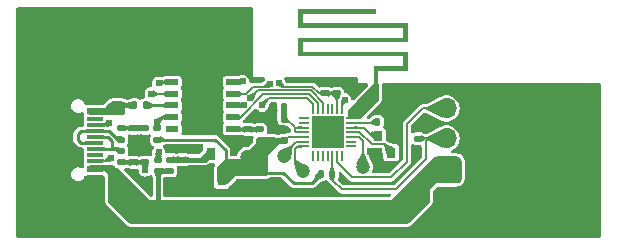
<source format=gbr>
%TF.GenerationSoftware,KiCad,Pcbnew,(7.0.0)*%
%TF.CreationDate,2023-09-28T18:00:51+08:00*%
%TF.ProjectId,PD_Fan,50445f46-616e-42e6-9b69-6361645f7063,rev?*%
%TF.SameCoordinates,Original*%
%TF.FileFunction,Copper,L1,Top*%
%TF.FilePolarity,Positive*%
%FSLAX46Y46*%
G04 Gerber Fmt 4.6, Leading zero omitted, Abs format (unit mm)*
G04 Created by KiCad (PCBNEW (7.0.0)) date 2023-09-28 18:00:51*
%MOMM*%
%LPD*%
G01*
G04 APERTURE LIST*
G04 Aperture macros list*
%AMRoundRect*
0 Rectangle with rounded corners*
0 $1 Rounding radius*
0 $2 $3 $4 $5 $6 $7 $8 $9 X,Y pos of 4 corners*
0 Add a 4 corners polygon primitive as box body*
4,1,4,$2,$3,$4,$5,$6,$7,$8,$9,$2,$3,0*
0 Add four circle primitives for the rounded corners*
1,1,$1+$1,$2,$3*
1,1,$1+$1,$4,$5*
1,1,$1+$1,$6,$7*
1,1,$1+$1,$8,$9*
0 Add four rect primitives between the rounded corners*
20,1,$1+$1,$2,$3,$4,$5,0*
20,1,$1+$1,$4,$5,$6,$7,0*
20,1,$1+$1,$6,$7,$8,$9,0*
20,1,$1+$1,$8,$9,$2,$3,0*%
%AMFreePoly0*
4,1,23,0.000000,6.100000,-6.200000,6.100000,-6.200000,5.300000,2.700000,5.300000,2.700000,3.700000,-6.200000,3.700000,-6.200000,2.900000,2.700000,2.900000,2.700000,1.300000,0.200000,1.300000,0.200000,-0.200000,-0.200000,-0.200000,-0.200000,1.700000,2.300000,1.700000,2.300000,2.500000,-6.600000,2.500000,-6.600000,4.100000,2.300000,4.100000,2.300000,4.900000,-6.600000,4.900000,
-6.600000,6.500000,0.000000,6.500000,0.000000,6.100000,0.000000,6.100000,$1*%
G04 Aperture macros list end*
%TA.AperFunction,SMDPad,CuDef*%
%ADD10RoundRect,0.147500X-0.147500X-0.172500X0.147500X-0.172500X0.147500X0.172500X-0.147500X0.172500X0*%
%TD*%
%TA.AperFunction,ComponentPad*%
%ADD11O,1.600000X1.000000*%
%TD*%
%TA.AperFunction,ComponentPad*%
%ADD12O,2.100000X1.000000*%
%TD*%
%TA.AperFunction,SMDPad,CuDef*%
%ADD13R,1.450000X0.600000*%
%TD*%
%TA.AperFunction,SMDPad,CuDef*%
%ADD14R,1.450000X0.300000*%
%TD*%
%TA.AperFunction,SMDPad,CuDef*%
%ADD15RoundRect,0.147500X0.172500X-0.147500X0.172500X0.147500X-0.172500X0.147500X-0.172500X-0.147500X0*%
%TD*%
%TA.AperFunction,SMDPad,CuDef*%
%ADD16R,0.800000X1.050000*%
%TD*%
%TA.AperFunction,SMDPad,CuDef*%
%ADD17FreePoly0,0.000000*%
%TD*%
%TA.AperFunction,ComponentPad*%
%ADD18R,1.700000X1.700000*%
%TD*%
%TA.AperFunction,ComponentPad*%
%ADD19O,1.700000X1.700000*%
%TD*%
%TA.AperFunction,SMDPad,CuDef*%
%ADD20C,1.200000*%
%TD*%
%TA.AperFunction,SMDPad,CuDef*%
%ADD21R,0.800000X0.900000*%
%TD*%
%TA.AperFunction,SMDPad,CuDef*%
%ADD22RoundRect,0.147500X-0.172500X0.147500X-0.172500X-0.147500X0.172500X-0.147500X0.172500X0.147500X0*%
%TD*%
%TA.AperFunction,SMDPad,CuDef*%
%ADD23R,1.100000X0.510000*%
%TD*%
%TA.AperFunction,SMDPad,CuDef*%
%ADD24R,2.300000X3.200000*%
%TD*%
%TA.AperFunction,SMDPad,CuDef*%
%ADD25RoundRect,0.147500X0.147500X0.172500X-0.147500X0.172500X-0.147500X-0.172500X0.147500X-0.172500X0*%
%TD*%
%TA.AperFunction,SMDPad,CuDef*%
%ADD26RoundRect,0.050000X-0.350000X-0.050000X0.350000X-0.050000X0.350000X0.050000X-0.350000X0.050000X0*%
%TD*%
%TA.AperFunction,SMDPad,CuDef*%
%ADD27RoundRect,0.050000X-0.050000X-0.350000X0.050000X-0.350000X0.050000X0.350000X-0.050000X0.350000X0*%
%TD*%
%TA.AperFunction,SMDPad,CuDef*%
%ADD28R,2.800000X2.800000*%
%TD*%
%TA.AperFunction,ViaPad*%
%ADD29C,0.609600*%
%TD*%
%TA.AperFunction,Conductor*%
%ADD30C,0.177800*%
%TD*%
%TA.AperFunction,Conductor*%
%ADD31C,0.254000*%
%TD*%
%TA.AperFunction,Conductor*%
%ADD32C,0.381000*%
%TD*%
G04 APERTURE END LIST*
D10*
%TO.P,C13,1*%
%TO.N,GND*%
X21943000Y10343000D03*
%TO.P,C13,2*%
%TO.N,Net-(U3-VDCIA)*%
X22913000Y10343000D03*
%TD*%
D11*
%TO.P,J2,S1,SHIELD*%
%TO.N,GND*%
X1838999Y4151999D03*
D12*
X6018999Y4151999D03*
D11*
X1838999Y12891999D03*
D12*
X6018999Y12891999D03*
D13*
%TO.P,J2,B12,GND*%
X6933999Y11771999D03*
%TO.P,J2,B9,VBUS*%
%TO.N,USB-VIN*%
X6933999Y10971999D03*
D14*
%TO.P,J2,B8,SBU2*%
%TO.N,unconnected-(J2-SBU2-PadB8)*%
X6933999Y10271999D03*
%TO.P,J2,B7,D-*%
%TO.N,Net-(J2-D--PadA7)*%
X6933999Y9271999D03*
%TO.P,J2,B6,D+*%
%TO.N,Net-(J2-D+-PadA6)*%
X6933999Y7771999D03*
%TO.P,J2,B5,CC2*%
%TO.N,Net-(J2-CC2)*%
X6933999Y6771999D03*
D13*
%TO.P,J2,B4,VBUS*%
%TO.N,USB-VIN*%
X6933999Y6071999D03*
%TO.P,J2,B1,GND*%
%TO.N,GND*%
X6933999Y5271999D03*
%TO.P,J2,A12,GND*%
X6933999Y5271999D03*
%TO.P,J2,A9,VBUS*%
%TO.N,USB-VIN*%
X6933999Y6071999D03*
D14*
%TO.P,J2,A8,SBU1*%
%TO.N,unconnected-(J2-SBU1-PadA8)*%
X6933999Y7271999D03*
%TO.P,J2,A7,D-*%
%TO.N,Net-(J2-D--PadA7)*%
X6933999Y8271999D03*
%TO.P,J2,A6,D+*%
%TO.N,Net-(J2-D+-PadA6)*%
X6933999Y8771999D03*
%TO.P,J2,A5,CC1*%
%TO.N,Net-(J2-CC1)*%
X6933999Y9771999D03*
D13*
%TO.P,J2,A4,VBUS*%
%TO.N,USB-VIN*%
X6933999Y10971999D03*
%TO.P,J2,A1,GND*%
%TO.N,GND*%
X6933999Y11771999D03*
%TD*%
D15*
%TO.P,C3,1*%
%TO.N,GND*%
X14300000Y5898000D03*
%TO.P,C3,2*%
%TO.N,Net-(U1-VIN)*%
X14300000Y6868000D03*
%TD*%
D16*
%TO.P,U1,3,VIN*%
%TO.N,Net-(U1-VIN)*%
X16712999Y7330999D03*
%TO.P,U1,2,VOUT*%
%TO.N,3.3V*%
X17662999Y5180999D03*
%TO.P,U1,1,VSS*%
%TO.N,GND*%
X15762999Y5180999D03*
%TD*%
D15*
%TO.P,C15,1*%
%TO.N,GND*%
X34290000Y7659000D03*
%TO.P,C15,2*%
%TO.N,/Sense*%
X34290000Y8629000D03*
%TD*%
D17*
%TO.P,ANT1,1,A*%
%TO.N,/ANT*%
X30683000Y13131000D03*
%TD*%
D18*
%TO.P,J1,1,Pin_1*%
%TO.N,GND*%
X36691199Y3571999D03*
D19*
%TO.P,J1,2,Pin_2*%
%TO.N,USB-VIN*%
X36691199Y6111999D03*
%TO.P,J1,3,Pin_3*%
%TO.N,/Sense*%
X36691199Y8651999D03*
%TO.P,J1,4,Pin_4*%
%TO.N,/Control*%
X36691199Y11191999D03*
%TD*%
D15*
%TO.P,C8,1*%
%TO.N,GND*%
X21219000Y4780300D03*
%TO.P,C8,2*%
%TO.N,3.3V*%
X21219000Y5750300D03*
%TD*%
%TO.P,R1,1*%
%TO.N,USB-VIN*%
X12268000Y5898000D03*
%TO.P,R1,2*%
%TO.N,/VIN_DET*%
X12268000Y6868000D03*
%TD*%
%TO.P,C5,1*%
%TO.N,GND*%
X11176000Y8565000D03*
%TO.P,C5,2*%
%TO.N,/C-USBDM*%
X11176000Y9535000D03*
%TD*%
%TO.P,R2,2*%
%TO.N,GND*%
X26416000Y13455000D03*
%TO.P,R2,1*%
%TO.N,/VIN_DET*%
X26416000Y12485000D03*
%TD*%
%TO.P,R5,1*%
%TO.N,Net-(J2-D--PadA7)*%
X9144000Y8565000D03*
%TO.P,R5,2*%
%TO.N,/C-USBDM*%
X9144000Y9535000D03*
%TD*%
%TO.P,C9,1*%
%TO.N,GND*%
X19888000Y8461000D03*
%TO.P,C9,2*%
%TO.N,Net-(U2-VDD)*%
X19888000Y9431000D03*
%TD*%
D20*
%TO.P,TP4,1,1*%
%TO.N,Net-(U3-PA9{slash}TMR0{slash}TXD1)*%
X24511000Y5858000D03*
%TD*%
D15*
%TO.P,C6,1*%
%TO.N,GND*%
X19034600Y4777900D03*
%TO.P,C6,2*%
%TO.N,3.3V*%
X19034600Y5747900D03*
%TD*%
%TO.P,D2,1,A1*%
%TO.N,GND*%
X10160000Y8565000D03*
%TO.P,D2,2,A2*%
%TO.N,/C-USBDM*%
X10160000Y9535000D03*
%TD*%
%TO.P,R9,1*%
%TO.N,3.3V*%
X20904000Y8461000D03*
%TO.P,R9,2*%
%TO.N,Net-(U2-VDD)*%
X20904000Y9431000D03*
%TD*%
%TO.P,R3,1*%
%TO.N,USB-VIN*%
X13284000Y5898000D03*
%TO.P,R3,2*%
%TO.N,Net-(U1-VIN)*%
X13284000Y6868000D03*
%TD*%
D21*
%TO.P,Y1,1,1*%
%TO.N,Net-(U3-X32MO)*%
X31994999Y7460999D03*
%TO.P,Y1,2,2*%
%TO.N,GND*%
X31994999Y8860999D03*
%TO.P,Y1,3,3*%
%TO.N,Net-(U3-X32MI)*%
X30894999Y8860999D03*
%TO.P,Y1,4,4*%
%TO.N,GND*%
X30894999Y7460999D03*
%TD*%
D15*
%TO.P,D1,1,A1*%
%TO.N,/C-USBDP*%
X10160000Y6643000D03*
%TO.P,D1,2,A2*%
%TO.N,GND*%
X10160000Y7613000D03*
%TD*%
D20*
%TO.P,TP3,1,1*%
%TO.N,Net-(U3-PA8{slash}RXD1)*%
X22936000Y7128000D03*
%TD*%
D22*
%TO.P,C12,1*%
%TO.N,GND*%
X22936000Y9431000D03*
%TO.P,C12,2*%
%TO.N,3.3V*%
X22936000Y8461000D03*
%TD*%
D10*
%TO.P,R6,1*%
%TO.N,3.3V*%
X26030000Y5604000D03*
%TO.P,R6,2*%
%TO.N,/Sense*%
X27000000Y5604000D03*
%TD*%
D20*
%TO.P,TP5,1,1*%
%TO.N,Net-(U3-PB22{slash}TMR3)*%
X29591000Y6239000D03*
%TD*%
D15*
%TO.P,C4,1*%
%TO.N,/C-USBDP*%
X11176000Y6660000D03*
%TO.P,C4,2*%
%TO.N,GND*%
X11176000Y7630000D03*
%TD*%
D23*
%TO.P,U2,1,VDD*%
%TO.N,Net-(U2-VDD)*%
X18551999Y9446999D03*
%TO.P,U2,2,CFG2*%
%TO.N,/CFG2*%
X18551999Y10446999D03*
%TO.P,U2,3,CFG3*%
%TO.N,/CFG3*%
X18551999Y11446999D03*
%TO.P,U2,4,DP*%
%TO.N,/C-USBDP*%
X18551999Y12446999D03*
%TO.P,U2,5,DM*%
%TO.N,/C-USBDM*%
X18551999Y13446999D03*
%TO.P,U2,6,CC2*%
%TO.N,Net-(J2-CC2)*%
X13451999Y13446999D03*
%TO.P,U2,7,CC1*%
%TO.N,Net-(J2-CC1)*%
X13451999Y12446999D03*
%TO.P,U2,8,VBUS*%
%TO.N,Net-(U2-VBUS)*%
X13451999Y11446999D03*
%TO.P,U2,9,CFG1*%
%TO.N,/CFG1*%
X13451999Y10446999D03*
%TO.P,U2,10,PG*%
%TO.N,unconnected-(U2-PG-Pad10)*%
X13451999Y9446999D03*
D24*
%TO.P,U2,11,GND*%
%TO.N,GND*%
X16001999Y11446999D03*
%TD*%
D15*
%TO.P,R8,1*%
%TO.N,3.3V*%
X12192000Y8565000D03*
%TO.P,R8,2*%
%TO.N,/CFG1*%
X12192000Y9535000D03*
%TD*%
%TO.P,C7,1*%
%TO.N,GND*%
X20126800Y4780300D03*
%TO.P,C7,2*%
%TO.N,3.3V*%
X20126800Y5750300D03*
%TD*%
D25*
%TO.P,C11,1*%
%TO.N,GND*%
X31803000Y10066000D03*
%TO.P,C11,2*%
%TO.N,Net-(U3-VINTA)*%
X30833000Y10066000D03*
%TD*%
D22*
%TO.P,R4,1*%
%TO.N,Net-(J2-D+-PadA6)*%
X9144000Y7613000D03*
%TO.P,R4,2*%
%TO.N,/C-USBDP*%
X9144000Y6643000D03*
%TD*%
D20*
%TO.P,TP2,1,1*%
%TO.N,GND*%
X9220000Y13986000D03*
%TD*%
D22*
%TO.P,C10,1*%
%TO.N,GND*%
X21920000Y9431000D03*
%TO.P,C10,2*%
%TO.N,3.3V*%
X21920000Y8461000D03*
%TD*%
D20*
%TO.P,TP1,1,1*%
%TO.N,3.3V*%
X19796600Y7075900D03*
%TD*%
D25*
%TO.P,R7,1*%
%TO.N,Net-(U2-VBUS)*%
X11229000Y11463000D03*
%TO.P,R7,2*%
%TO.N,USB-VIN*%
X10259000Y11463000D03*
%TD*%
D10*
%TO.P,C14,1*%
%TO.N,GND*%
X21943000Y11359000D03*
%TO.P,C14,2*%
%TO.N,Net-(U3-VDCIA)*%
X22913000Y11359000D03*
%TD*%
D22*
%TO.P,C2,2*%
%TO.N,/VIN_DET*%
X27432000Y12485000D03*
%TO.P,C2,1*%
%TO.N,GND*%
X27432000Y13455000D03*
%TD*%
%TO.P,C1,1*%
%TO.N,GND*%
X9220000Y12433000D03*
%TO.P,C1,2*%
%TO.N,USB-VIN*%
X9220000Y11463000D03*
%TD*%
D26*
%TO.P,U3,1,PA11/X32KO/TMR2*%
%TO.N,unconnected-(U3-PA11{slash}X32KO{slash}TMR2-Pad1)*%
X24619000Y10377000D03*
%TO.P,U3,2,PA10/X32KI/TMR1*%
%TO.N,unconnected-(U3-PA10{slash}X32KI{slash}TMR1-Pad2)*%
X24619000Y9977000D03*
%TO.P,U3,3,VDCID*%
%TO.N,Net-(U3-VDCIA)*%
X24619000Y9577000D03*
%TO.P,U3,4,VSW*%
X24619000Y9177000D03*
%TO.P,U3,5,VIO33/VDD3*%
%TO.N,3.3V*%
X24619000Y8777000D03*
%TO.P,U3,6,PA8/RXD1*%
%TO.N,Net-(U3-PA8{slash}RXD1)*%
X24619000Y8377000D03*
%TO.P,U3,7,PA9/TMR0/TXD1*%
%TO.N,Net-(U3-PA9{slash}TMR0{slash}TXD1)*%
X24619000Y7977000D03*
D27*
%TO.P,U3,8,PB15/TCK/MISO_/DTR*%
%TO.N,unconnected-(U3-PB15{slash}TCK{slash}MISO_{slash}DTR-Pad8)*%
X25419000Y7177000D03*
%TO.P,U3,9,PB14/TIO/MOSI_/DSR*%
%TO.N,unconnected-(U3-PB14{slash}TIO{slash}MOSI_{slash}DSR-Pad9)*%
X25819000Y7177000D03*
%TO.P,U3,10,PB13/SCK0_/TXD1_*%
%TO.N,unconnected-(U3-PB13{slash}SCK0_{slash}TXD1_-Pad10)*%
X26219000Y7177000D03*
%TO.P,U3,11,PB12/SCS_/RXD1_*%
%TO.N,unconnected-(U3-PB12{slash}SCS_{slash}RXD1_-Pad11)*%
X26619000Y7177000D03*
%TO.P,U3,12,PB11/UD+/TMR2_*%
%TO.N,/Sense*%
X27019000Y7177000D03*
%TO.P,U3,13,PB10/UD-/TMR1_*%
%TO.N,/Control*%
X27419000Y7177000D03*
%TO.P,U3,14,PB7/TXD0*%
%TO.N,unconnected-(U3-PB7{slash}TXD0-Pad14)*%
X27819000Y7177000D03*
D26*
%TO.P,U3,15,PB4/RXD0*%
%TO.N,unconnected-(U3-PB4{slash}RXD0-Pad15)*%
X28619000Y7977000D03*
%TO.P,U3,16,PB23/~{RST}/TMR0_*%
%TO.N,unconnected-(U3-PB23{slash}~{RST}{slash}TMR0_-Pad16)*%
X28619000Y8377000D03*
%TO.P,U3,17,PB22/TMR3*%
%TO.N,Net-(U3-PB22{slash}TMR3)*%
X28619000Y8777000D03*
%TO.P,U3,18,X32MO*%
%TO.N,Net-(U3-X32MO)*%
X28619000Y9177000D03*
%TO.P,U3,19,X32MI*%
%TO.N,Net-(U3-X32MI)*%
X28619000Y9577000D03*
%TO.P,U3,20,VINTA*%
%TO.N,Net-(U3-VINTA)*%
X28619000Y9977000D03*
%TO.P,U3,21,ANT*%
%TO.N,/ANT*%
X28619000Y10377000D03*
D27*
%TO.P,U3,22,VDCIA*%
%TO.N,Net-(U3-VDCIA)*%
X27819000Y11177000D03*
%TO.P,U3,23,PA4/AIN0*%
%TO.N,/VIN_DET*%
X27419000Y11177000D03*
%TO.P,U3,24,PA5/AIN1*%
%TO.N,unconnected-(U3-PA5{slash}AIN1-Pad24)*%
X27019000Y11177000D03*
%TO.P,U3,25,PA15/MISO/RXD0_/AIN5*%
%TO.N,unconnected-(U3-PA15{slash}MISO{slash}RXD0_{slash}AIN5-Pad25)*%
X26619000Y11177000D03*
%TO.P,U3,26,PA14/MOSI/TXD0_/AIN4*%
%TO.N,/CFG1*%
X26219000Y11177000D03*
%TO.P,U3,27,PA13/SCK0/AIN3*%
%TO.N,/CFG2*%
X25819000Y11177000D03*
%TO.P,U3,28,PA12/SCS/AIN2*%
%TO.N,/CFG3*%
X25419000Y11177000D03*
D28*
%TO.P,U3,29,GND*%
%TO.N,GND*%
X26618999Y9176999D03*
%TD*%
D29*
%TO.N,GND*%
X22428200Y9271000D03*
X46990000Y12700000D03*
X44450000Y12700000D03*
X41910000Y12700000D03*
X39370000Y12700000D03*
X7620000Y1270000D03*
X5080000Y1270000D03*
X2540000Y1270000D03*
X16510000Y11954000D03*
X15494000Y11954000D03*
X15494000Y10938000D03*
X16510000Y10938000D03*
X16002000Y10430000D03*
X16002000Y11446000D03*
X16002000Y12462000D03*
X25908000Y4080000D03*
X23241000Y4080000D03*
X11430000Y4842000D03*
X13716000Y7763000D03*
X25781000Y13478000D03*
X28702000Y12589000D03*
X28194000Y13478000D03*
X34036000Y11700000D03*
X31750000Y11700000D03*
X34925000Y9795000D03*
X17399000Y4080000D03*
X14224000Y4080000D03*
X15748000Y4080000D03*
X21336000Y4080000D03*
X20193000Y4080000D03*
X19050000Y4080000D03*
X2540000Y9160000D03*
X2540000Y6620000D03*
X1270000Y5350000D03*
X3810000Y5350000D03*
X1270000Y7890000D03*
X3810000Y7890000D03*
X1270000Y10430000D03*
X3810000Y10430000D03*
X3810000Y13097000D03*
X44450000Y7890000D03*
X46990000Y7890000D03*
X46990000Y10430000D03*
X44450000Y10430000D03*
X41910000Y10430000D03*
X39370000Y10430000D03*
X41910000Y7890000D03*
X39370000Y7890000D03*
X46990000Y2810000D03*
X46990000Y5350000D03*
X44450000Y5350000D03*
X39370000Y5350000D03*
X41910000Y5350000D03*
X41910000Y2810000D03*
X44450000Y2810000D03*
X39370000Y2810000D03*
X6350000Y2810000D03*
X3810000Y2810000D03*
X1270000Y2810000D03*
X8890000Y15510000D03*
X6350000Y15510000D03*
X11430000Y15510000D03*
X13970000Y15510000D03*
X16510000Y15510000D03*
X19050000Y15510000D03*
X19050000Y18050000D03*
X16510000Y18050000D03*
X13970000Y18050000D03*
X11430000Y18050000D03*
X8890000Y18050000D03*
X6350000Y18050000D03*
X3810000Y15510000D03*
X1270000Y15510000D03*
X3810000Y18050000D03*
X1270000Y18050000D03*
X11176000Y8093200D03*
X10160000Y8093200D03*
%TO.N,USB-VIN*%
X9017000Y10938000D03*
X8382000Y10938000D03*
X8636000Y11496800D03*
X9017000Y5350000D03*
X8382000Y5350000D03*
X8382000Y5985000D03*
%TO.N,GND*%
X14224000Y5223000D03*
X15240000Y7763000D03*
X19177000Y8398000D03*
%TO.N,/C-USBDM*%
X10668000Y9541000D03*
%TO.N,GND*%
X22174200Y9880600D03*
X20066000Y10303000D03*
X20574000Y10811000D03*
%TO.N,/C-USBDM*%
X19431000Y13478000D03*
%TO.N,GND*%
X34163000Y7128000D03*
X32766000Y9922000D03*
X32766000Y9287000D03*
X32766000Y8652000D03*
X31496000Y6239000D03*
X30861000Y5985000D03*
X30861000Y6620000D03*
X30226000Y7509000D03*
X26619200Y8499600D03*
X25958800Y9160000D03*
X27279600Y9160000D03*
X26619200Y9160000D03*
X26619200Y9820400D03*
%TO.N,Net-(U3-VDCIA)*%
X28069607Y11951839D03*
X22913000Y10811000D03*
%TO.N,Net-(J2-CC2)*%
X12319000Y13351000D03*
X8255000Y7001000D03*
%TO.N,/C-USBDP*%
X21717000Y13261600D03*
X11176000Y5985000D03*
%TO.N,/VIN_DET*%
X12319000Y7509000D03*
%TO.N,Net-(J2-CC1)*%
X11684000Y12447000D03*
X8128000Y9922000D03*
%TO.N,/VIN_DET*%
X22479000Y13351000D03*
%TO.N,/CFG1*%
X12192000Y10049000D03*
X20090200Y12056801D03*
%TO.N,/CFG3*%
X19521099Y11487699D03*
X21052649Y11475351D03*
%TD*%
D30*
%TO.N,Net-(U3-VDCIA)*%
X23840000Y9586400D02*
X23840000Y9577000D01*
X23083400Y10343000D02*
X23840000Y9586400D01*
X22913000Y10343000D02*
X23083400Y10343000D01*
%TO.N,/C-USBDM*%
X18583000Y13478000D02*
X18552000Y13447000D01*
X19431000Y13478000D02*
X18583000Y13478000D01*
D31*
%TO.N,/CFG1*%
X12590000Y10447000D02*
X12192000Y10049000D01*
%TO.N,Net-(U2-VBUS)*%
X11245000Y11447000D02*
X11229000Y11463000D01*
X13452000Y11447000D02*
X11245000Y11447000D01*
D30*
%TO.N,Net-(J2-CC1)*%
X11684000Y12447000D02*
X13452000Y12447000D01*
%TO.N,/C-USBDP*%
X21501600Y13046200D02*
X21717000Y13261600D01*
X20269200Y13046200D02*
X21501600Y13046200D01*
X19670000Y12447000D02*
X20269200Y13046200D01*
X18552000Y12447000D02*
X19670000Y12447000D01*
%TO.N,/CFG3*%
X18592699Y11487699D02*
X18552000Y11447000D01*
X19521099Y11487699D02*
X18592699Y11487699D01*
%TO.N,/CFG2*%
X19251995Y10447000D02*
X18552000Y10447000D01*
X21190795Y12385800D02*
X19251995Y10447000D01*
X25054174Y12385800D02*
X21190795Y12385800D01*
X25819000Y11177000D02*
X25819000Y11620974D01*
D31*
%TO.N,Net-(U2-VDD)*%
X19872000Y9447000D02*
X19888000Y9431000D01*
D30*
%TO.N,Net-(J2-CC2)*%
X12415000Y13447000D02*
X12319000Y13351000D01*
D31*
%TO.N,Net-(U2-VDD)*%
X18552000Y9447000D02*
X19872000Y9447000D01*
D30*
%TO.N,/CFG2*%
X25819000Y11620974D02*
X25054174Y12385800D01*
D31*
%TO.N,/CFG1*%
X13452000Y10447000D02*
X12590000Y10447000D01*
D30*
%TO.N,Net-(J2-CC2)*%
X13452000Y13447000D02*
X12415000Y13447000D01*
D31*
%TO.N,3.3V*%
X23749000Y4842000D02*
X25268000Y4842000D01*
X22840700Y5750300D02*
X23749000Y4842000D01*
X21219000Y5750300D02*
X22840700Y5750300D01*
X25268000Y4842000D02*
X26030000Y5604000D01*
D30*
%TO.N,Net-(U3-PA9{slash}TMR0{slash}TXD1)*%
X23876000Y6493000D02*
X24511000Y5858000D01*
X23876000Y7763000D02*
X23876000Y6493000D01*
X24619000Y7977000D02*
X24090000Y7977000D01*
X24090000Y7977000D02*
X23876000Y7763000D01*
%TO.N,Net-(U3-PA8{slash}RXD1)*%
X23982000Y8377000D02*
X24619000Y8377000D01*
X22936000Y7331000D02*
X23982000Y8377000D01*
X22936000Y7128000D02*
X22936000Y7331000D01*
%TO.N,/VIN_DET*%
X25888922Y12485000D02*
X26416000Y12485000D01*
X25327722Y13046200D02*
X25888922Y12485000D01*
X22783800Y13046200D02*
X25327722Y13046200D01*
X22479000Y13351000D02*
X22783800Y13046200D01*
%TO.N,/CFG1*%
X26219000Y11687948D02*
X26219000Y11177000D01*
X25190948Y12716000D02*
X26219000Y11687948D01*
X20090200Y12056801D02*
X20749399Y12716000D01*
X20749399Y12716000D02*
X25190948Y12716000D01*
%TO.N,/CFG3*%
X21632898Y12055600D02*
X24917400Y12055600D01*
X24917400Y12055600D02*
X25419000Y11554000D01*
X25419000Y11554000D02*
X25419000Y11177000D01*
X21052649Y11475351D02*
X21632898Y12055600D01*
D32*
%TO.N,USB-VIN*%
X12268000Y5898000D02*
X12268000Y3115000D01*
D30*
%TO.N,/C-USBDP*%
X11176000Y5985000D02*
X11176000Y6660000D01*
D31*
%TO.N,/CFG1*%
X12192000Y10049000D02*
X12192000Y9535000D01*
%TO.N,3.3V*%
X17079600Y8565000D02*
X17983200Y7661400D01*
X17983200Y7661400D02*
X17983200Y6543800D01*
X12192000Y8565000D02*
X17079600Y8565000D01*
%TO.N,/C-USBDM*%
X10662000Y9535000D02*
X10160000Y9535000D01*
X10668000Y9541000D02*
X10662000Y9535000D01*
X10674000Y9535000D02*
X10668000Y9541000D01*
X11176000Y9535000D02*
X10718800Y9535000D01*
X10718800Y9535000D02*
X10674000Y9535000D01*
X10160000Y9535000D02*
X9144000Y9535000D01*
%TO.N,Net-(J2-D--PadA7)*%
X8850000Y8565000D02*
X9144000Y8565000D01*
X6934000Y9272000D02*
X8143000Y9272000D01*
X8143000Y9272000D02*
X8850000Y8565000D01*
D30*
%TO.N,Net-(J2-CC1)*%
X8128000Y9922000D02*
X7978000Y9772000D01*
X7978000Y9772000D02*
X6934000Y9772000D01*
D31*
%TO.N,/C-USBDP*%
X10177000Y6660000D02*
X11176000Y6660000D01*
X10160000Y6643000D02*
X10177000Y6660000D01*
X9144000Y6643000D02*
X10160000Y6643000D01*
%TO.N,Net-(J2-D+-PadA6)*%
X8985000Y7772000D02*
X9144000Y7613000D01*
X8382000Y7772000D02*
X8985000Y7772000D01*
D30*
%TO.N,Net-(J2-CC2)*%
X8026000Y6772000D02*
X6934000Y6772000D01*
X8255000Y7001000D02*
X8026000Y6772000D01*
%TO.N,/Control*%
X33337500Y6683500D02*
X33337500Y9858500D01*
X32004000Y5350000D02*
X33337500Y6683500D01*
X27419000Y6633000D02*
X28702000Y5350000D01*
X28702000Y5350000D02*
X32004000Y5350000D01*
X34671000Y11192000D02*
X36691200Y11192000D01*
X27419000Y7177000D02*
X27419000Y6633000D01*
X33337500Y9858500D02*
X34671000Y11192000D01*
%TO.N,/Sense*%
X34925000Y6874000D02*
X34925000Y8398000D01*
X35179000Y8652000D02*
X34313000Y8652000D01*
X34925000Y8398000D02*
X35179000Y8652000D01*
X36691200Y8652000D02*
X35179000Y8652000D01*
X34313000Y8652000D02*
X34290000Y8629000D01*
X32385000Y4334000D02*
X34925000Y6874000D01*
X27813000Y4334000D02*
X32385000Y4334000D01*
X27000000Y5147000D02*
X27813000Y4334000D01*
X27000000Y5604000D02*
X27000000Y5147000D01*
%TO.N,Net-(U3-PB22{slash}TMR3)*%
X29591000Y8439026D02*
X29591000Y6239000D01*
X29253026Y8777000D02*
X29591000Y8439026D01*
X28619000Y8777000D02*
X29253026Y8777000D01*
D32*
%TO.N,USB-VIN*%
X12268000Y5898000D02*
X13284000Y5898000D01*
X10259000Y11463000D02*
X9220000Y11463000D01*
D30*
%TO.N,Net-(U3-VDCIA)*%
X27819000Y11701232D02*
X28069607Y11951839D01*
X27819000Y11177000D02*
X27819000Y11701232D01*
D31*
X22913000Y11359000D02*
X22913000Y10811000D01*
X22913000Y10811000D02*
X22913000Y10343000D01*
D30*
%TO.N,/VIN_DET*%
X12268000Y7458000D02*
X12319000Y7509000D01*
X12268000Y6868000D02*
X12268000Y7458000D01*
D31*
%TO.N,Net-(U2-VDD)*%
X19888000Y9431000D02*
X20904000Y9431000D01*
D32*
%TO.N,Net-(U1-VIN)*%
X16250000Y6868000D02*
X16713000Y7331000D01*
X14300000Y6868000D02*
X16250000Y6868000D01*
X13284000Y6868000D02*
X14300000Y6868000D01*
D30*
%TO.N,/VIN_DET*%
X27432000Y12485000D02*
X26416000Y12485000D01*
X27419000Y12472000D02*
X27432000Y12485000D01*
X27419000Y11177000D02*
X27419000Y12472000D01*
%TO.N,Net-(U3-X32MO)*%
X31995000Y7605800D02*
X31995000Y7461000D01*
X31448500Y8152300D02*
X31995000Y7605800D01*
X29320000Y9177000D02*
X30344700Y8152300D01*
X30344700Y8152300D02*
X31448500Y8152300D01*
X28619000Y9177000D02*
X29320000Y9177000D01*
%TO.N,Net-(U3-X32MI)*%
X29682000Y9577000D02*
X30398000Y8861000D01*
X30398000Y8861000D02*
X30895000Y8861000D01*
X28619000Y9577000D02*
X29682000Y9577000D01*
%TO.N,Net-(U3-VINTA)*%
X30744000Y9977000D02*
X30833000Y10066000D01*
X28619000Y9977000D02*
X30744000Y9977000D01*
%TO.N,/Sense*%
X27019000Y5617000D02*
X27000000Y5598000D01*
X27019000Y7177000D02*
X27019000Y5617000D01*
%TO.N,3.3V*%
X23252000Y8777000D02*
X22936000Y8461000D01*
X24619000Y8777000D02*
X23252000Y8777000D01*
%TO.N,Net-(U3-VDCIA)*%
X23840000Y9323000D02*
X23986000Y9177000D01*
X23986000Y9177000D02*
X24619000Y9177000D01*
X23840000Y9577000D02*
X23840000Y9323000D01*
X23840000Y9577000D02*
X24619000Y9577000D01*
D31*
%TO.N,Net-(J2-D--PadA7)*%
X5461000Y8525000D02*
X5461000Y9033000D01*
X5714000Y8272000D02*
X5461000Y8525000D01*
X6934000Y8272000D02*
X5714000Y8272000D01*
X5461000Y9033000D02*
X5700000Y9272000D01*
X5700000Y9272000D02*
X6934000Y9272000D01*
%TO.N,Net-(J2-D+-PadA6)*%
X8382000Y8458264D02*
X8382000Y7772000D01*
X8068264Y8772000D02*
X8382000Y8458264D01*
X6934000Y7772000D02*
X8382000Y7772000D01*
X6934000Y8772000D02*
X8068264Y8772000D01*
%TD*%
%TA.AperFunction,Conductor*%
%TO.N,GND*%
G36*
X20257000Y19728619D02*
G01*
X20303119Y19682500D01*
X20320000Y19619500D01*
X20320000Y13859000D01*
X21214247Y13859000D01*
X21271683Y13845148D01*
X21316490Y13806637D01*
X21338816Y13751936D01*
X21333753Y13693071D01*
X21302476Y13643084D01*
X21299536Y13640571D01*
X21296695Y13637384D01*
X21296691Y13637380D01*
X21113399Y13431758D01*
X21070879Y13400622D01*
X21019343Y13389600D01*
X20289692Y13389600D01*
X20278710Y13390079D01*
X20238809Y13393570D01*
X20200103Y13383198D01*
X20189386Y13380823D01*
X20174223Y13378149D01*
X20149937Y13373868D01*
X20149749Y13374929D01*
X20107625Y13369617D01*
X20054608Y13387291D01*
X20014451Y13426155D01*
X19995052Y13478560D01*
X19975904Y13624007D01*
X19919547Y13760063D01*
X19829897Y13876897D01*
X19713063Y13966547D01*
X19577007Y14022904D01*
X19431000Y14042126D01*
X19284993Y14022904D01*
X19245739Y14006644D01*
X19219980Y13999072D01*
X19209232Y13997126D01*
X19203548Y13994904D01*
X19132773Y13967238D01*
X19098014Y13959082D01*
X19074360Y13956988D01*
X19063269Y13956499D01*
X17976934Y13956499D01*
X17902699Y13941734D01*
X17818516Y13885484D01*
X17811622Y13875167D01*
X17778586Y13825726D01*
X17762266Y13801301D01*
X17759845Y13789131D01*
X17759844Y13789128D01*
X17752447Y13751936D01*
X17747500Y13727067D01*
X17747500Y13720880D01*
X17747500Y13173122D01*
X17747500Y13173111D01*
X17747501Y13166934D01*
X17748707Y13160868D01*
X17748708Y13160862D01*
X17759844Y13104874D01*
X17762266Y13092699D01*
X17769160Y13082382D01*
X17769162Y13082378D01*
X17812845Y13017002D01*
X17831659Y12971581D01*
X17831659Y12922419D01*
X17812845Y12876998D01*
X17795422Y12850922D01*
X17762266Y12801301D01*
X17759845Y12789131D01*
X17759844Y12789128D01*
X17753707Y12758273D01*
X17747500Y12727067D01*
X17747500Y12720880D01*
X17747500Y12173122D01*
X17747500Y12173111D01*
X17747501Y12166934D01*
X17748707Y12160868D01*
X17748708Y12160862D01*
X17759844Y12104874D01*
X17762266Y12092699D01*
X17769160Y12082382D01*
X17769162Y12082378D01*
X17812845Y12017002D01*
X17831659Y11971581D01*
X17831659Y11922419D01*
X17812845Y11876998D01*
X17781352Y11829865D01*
X17762266Y11801301D01*
X17759845Y11789131D01*
X17759844Y11789128D01*
X17748787Y11733538D01*
X17747500Y11727067D01*
X17747500Y11720880D01*
X17747500Y11173122D01*
X17747500Y11173111D01*
X17747501Y11166934D01*
X17748707Y11160868D01*
X17748708Y11160862D01*
X17757788Y11115213D01*
X17762266Y11092699D01*
X17769160Y11082382D01*
X17769162Y11082378D01*
X17812845Y11017002D01*
X17831659Y10971581D01*
X17831659Y10922419D01*
X17812845Y10876998D01*
X17769347Y10811898D01*
X17762266Y10801301D01*
X17759845Y10789131D01*
X17759844Y10789128D01*
X17750975Y10744539D01*
X17747500Y10727067D01*
X17747500Y10720880D01*
X17747500Y10173122D01*
X17747500Y10173111D01*
X17747501Y10166934D01*
X17748707Y10160868D01*
X17748708Y10160862D01*
X17759794Y10105126D01*
X17762266Y10092699D01*
X17769160Y10082382D01*
X17769162Y10082378D01*
X17812845Y10017002D01*
X17831659Y9971581D01*
X17831659Y9922419D01*
X17812845Y9876998D01*
X17788940Y9841221D01*
X17762266Y9801301D01*
X17759845Y9789131D01*
X17759844Y9789128D01*
X17752691Y9753164D01*
X17747500Y9727067D01*
X17747500Y9720880D01*
X17747500Y9173122D01*
X17747500Y9173111D01*
X17747501Y9166934D01*
X17748707Y9160868D01*
X17748708Y9160862D01*
X17759514Y9106534D01*
X17762266Y9092699D01*
X17769161Y9082379D01*
X17769162Y9082378D01*
X17811622Y9018832D01*
X17811624Y9018829D01*
X17818516Y9008516D01*
X17828829Y9001624D01*
X17828832Y9001622D01*
X17892379Y8959161D01*
X17892381Y8959159D01*
X17902699Y8952266D01*
X17914867Y8949845D01*
X17914871Y8949844D01*
X17970864Y8938707D01*
X17970865Y8938706D01*
X17976933Y8937500D01*
X19061981Y8937500D01*
X19074112Y8936915D01*
X19099051Y8934502D01*
X19099057Y8934502D01*
X19106099Y8933821D01*
X19113118Y8934725D01*
X19113121Y8934726D01*
X19160294Y8940807D01*
X19160304Y8940809D01*
X19163803Y8941260D01*
X19168862Y8942501D01*
X19172172Y8943720D01*
X19172182Y8943723D01*
X19179156Y8946291D01*
X19183521Y8947521D01*
X19189129Y8949844D01*
X19201301Y8952266D01*
X19207396Y8956339D01*
X19208802Y8956515D01*
X19208577Y8957128D01*
X19220122Y8961379D01*
X19220135Y8961384D01*
X19223454Y8962607D01*
X19235420Y8968613D01*
X19270357Y8986150D01*
X19324084Y8999509D01*
X19378351Y8988548D01*
X19540123Y8916150D01*
X19540132Y8916146D01*
X19544842Y8914039D01*
X19549829Y8912728D01*
X19549842Y8912724D01*
X19552989Y8911897D01*
X19578148Y8902309D01*
X19580891Y8900911D01*
X19580895Y8900909D01*
X19589727Y8896410D01*
X19599516Y8894859D01*
X19599518Y8894859D01*
X19678972Y8882274D01*
X19678980Y8882273D01*
X19683863Y8881500D01*
X19688814Y8881500D01*
X19688815Y8881500D01*
X20087181Y8881500D01*
X20087193Y8881500D01*
X20092136Y8881501D01*
X20097018Y8882274D01*
X20097028Y8882275D01*
X20176481Y8894859D01*
X20176482Y8894859D01*
X20186273Y8896410D01*
X20191522Y8899084D01*
X20257557Y8901678D01*
X20317237Y8868255D01*
X20350660Y8808574D01*
X20348018Y8741354D01*
X20344410Y8734273D01*
X20342859Y8724485D01*
X20342859Y8724483D01*
X20330274Y8645027D01*
X20330273Y8645020D01*
X20329500Y8640137D01*
X20329500Y8635186D01*
X20329112Y8630253D01*
X20328703Y8630285D01*
X20327079Y8613796D01*
X20322210Y8589321D01*
X20322205Y8589292D01*
X20321907Y8587794D01*
X20321684Y8586292D01*
X20321679Y8586262D01*
X20318732Y8566385D01*
X20318171Y8562605D01*
X20318022Y8561092D01*
X20318020Y8561076D01*
X20317048Y8551199D01*
X20315750Y8538024D01*
X20314500Y8512589D01*
X20314500Y8511039D01*
X20314500Y8430678D01*
X20304909Y8382460D01*
X20277595Y8341583D01*
X20233398Y8297386D01*
X20231797Y8295512D01*
X20231789Y8295503D01*
X20208561Y8268308D01*
X20208553Y8268298D01*
X20206955Y8266427D01*
X20205499Y8264423D01*
X20191772Y8245531D01*
X20190757Y8244244D01*
X20190182Y8243669D01*
X20188755Y8241705D01*
X20185632Y8237745D01*
X20185086Y8237106D01*
X20178388Y8229862D01*
X20143837Y8195311D01*
X20130675Y8184067D01*
X20130356Y8183836D01*
X20130175Y8183641D01*
X20128815Y8182479D01*
X20107571Y8167043D01*
X20105696Y8165441D01*
X20105689Y8165436D01*
X20078495Y8142209D01*
X20078487Y8142201D01*
X20076613Y8140601D01*
X20074856Y8138844D01*
X19903317Y7967305D01*
X19862440Y7939991D01*
X19814222Y7930400D01*
X19706788Y7930400D01*
X19531090Y7893054D01*
X19366997Y7819995D01*
X19221678Y7714415D01*
X19101487Y7580929D01*
X19011675Y7425371D01*
X18956169Y7254539D01*
X18955479Y7247977D01*
X18955479Y7247976D01*
X18955306Y7246328D01*
X18954880Y7245158D01*
X18954105Y7241511D01*
X18953592Y7241619D01*
X18934454Y7189041D01*
X18889149Y7148248D01*
X18829996Y7133500D01*
X18490700Y7133500D01*
X18427700Y7150381D01*
X18381581Y7196500D01*
X18364700Y7259500D01*
X18364700Y7608767D01*
X18367382Y7634626D01*
X18369645Y7645417D01*
X18365667Y7677322D01*
X18365338Y7682621D01*
X18365130Y7682604D01*
X18364700Y7687792D01*
X18364700Y7693011D01*
X18361215Y7713889D01*
X18360482Y7718918D01*
X18353896Y7771761D01*
X18350347Y7779019D01*
X18349018Y7786986D01*
X18323705Y7833758D01*
X18321346Y7838340D01*
X18297976Y7886146D01*
X18292265Y7891856D01*
X18288420Y7898962D01*
X18249279Y7934992D01*
X18245569Y7938551D01*
X17386573Y8797548D01*
X17370190Y8817725D01*
X17364160Y8826956D01*
X17338791Y8846700D01*
X17334822Y8850230D01*
X17334675Y8850056D01*
X17330699Y8853423D01*
X17327009Y8857114D01*
X17309819Y8869385D01*
X17305658Y8872488D01*
X17263685Y8905158D01*
X17256044Y8907781D01*
X17249470Y8912475D01*
X17198476Y8927655D01*
X17193591Y8929220D01*
X17143261Y8946500D01*
X17135183Y8946500D01*
X17127441Y8948805D01*
X17074327Y8946608D01*
X17069120Y8946500D01*
X14366185Y8946500D01*
X14312313Y8958597D01*
X14268786Y8992566D01*
X14243961Y9041884D01*
X14242606Y9097081D01*
X14247244Y9120400D01*
X14256500Y9166933D01*
X14256499Y9727066D01*
X14241734Y9801301D01*
X14191152Y9877000D01*
X14172340Y9922418D01*
X14172340Y9971582D01*
X14191154Y10017002D01*
X14241734Y10092699D01*
X14256500Y10166933D01*
X14256499Y10727066D01*
X14241734Y10801301D01*
X14191152Y10877000D01*
X14172340Y10922418D01*
X14172340Y10971582D01*
X14191154Y11017002D01*
X14241734Y11092699D01*
X14256500Y11166933D01*
X14256499Y11727066D01*
X14241734Y11801301D01*
X14191152Y11877000D01*
X14172340Y11922418D01*
X14172340Y11971582D01*
X14191154Y12017002D01*
X14241734Y12092699D01*
X14256500Y12166933D01*
X14256499Y12727066D01*
X14241734Y12801301D01*
X14191152Y12877000D01*
X14172340Y12922418D01*
X14172340Y12971582D01*
X14191154Y13017002D01*
X14241734Y13092699D01*
X14256500Y13166933D01*
X14256499Y13727066D01*
X14241734Y13801301D01*
X14185484Y13885484D01*
X14101301Y13941734D01*
X14027067Y13956500D01*
X12935746Y13956499D01*
X12928891Y13956685D01*
X12883476Y13959161D01*
X12819354Y13946279D01*
X12813809Y13944413D01*
X12812164Y13943616D01*
X12802699Y13941734D01*
X12792378Y13934837D01*
X12790634Y13934115D01*
X12780166Y13928120D01*
X12754941Y13915906D01*
X12751611Y13913737D01*
X12751604Y13913733D01*
X12700507Y13880449D01*
X12655287Y13862247D01*
X12606546Y13862569D01*
X12498030Y13884714D01*
X12474998Y13891765D01*
X12465007Y13895904D01*
X12319000Y13915126D01*
X12172993Y13895904D01*
X12036937Y13839547D01*
X11920103Y13749897D01*
X11830453Y13633063D01*
X11827296Y13625441D01*
X11827294Y13625438D01*
X11777254Y13504632D01*
X11774096Y13497007D01*
X11773018Y13488823D01*
X11773018Y13488821D01*
X11765506Y13431758D01*
X11754874Y13351000D01*
X11774096Y13204993D01*
X11777252Y13197371D01*
X11777256Y13197360D01*
X11782748Y13184102D01*
X11792068Y13127643D01*
X11775456Y13072885D01*
X11736339Y13031121D01*
X11682786Y13010966D01*
X11537993Y12991904D01*
X11401937Y12935547D01*
X11285103Y12845897D01*
X11195453Y12729063D01*
X11192296Y12721441D01*
X11192294Y12721438D01*
X11142254Y12600632D01*
X11139096Y12593007D01*
X11138018Y12584823D01*
X11138018Y12584821D01*
X11126423Y12496743D01*
X11119874Y12447000D01*
X11120952Y12438812D01*
X11133409Y12344186D01*
X11139096Y12300993D01*
X11142252Y12293373D01*
X11142255Y12293363D01*
X11176075Y12211717D01*
X11185059Y12151149D01*
X11164431Y12093497D01*
X11119062Y12052377D01*
X11059666Y12037499D01*
X11049864Y12037499D01*
X10955727Y12022590D01*
X10842265Y11964779D01*
X10835248Y11957762D01*
X10833095Y11955609D01*
X10829148Y11953330D01*
X10827232Y11951938D01*
X10827085Y11952139D01*
X10776611Y11922997D01*
X10711389Y11922997D01*
X10660914Y11952139D01*
X10660768Y11951938D01*
X10658851Y11953330D01*
X10654905Y11955609D01*
X10645735Y11964779D01*
X10532273Y12022590D01*
X10438137Y12037500D01*
X10079864Y12037499D01*
X9985727Y12022590D01*
X9958017Y12008471D01*
X9935467Y11999598D01*
X9789163Y11957762D01*
X9713388Y11936094D01*
X9666624Y11931823D01*
X9621547Y11944969D01*
X9518273Y11997590D01*
X9424137Y12012500D01*
X9378733Y12012499D01*
X9335399Y12020238D01*
X9334310Y12020690D01*
X9296819Y12032872D01*
X9257221Y12042379D01*
X9168986Y12056354D01*
X9148750Y12058749D01*
X9129042Y12060300D01*
X9108683Y12061100D01*
X8450626Y12061100D01*
X8425192Y12059851D01*
X8400610Y12057430D01*
X8375417Y12053693D01*
X8266366Y12032001D01*
X8217685Y12017233D01*
X8172265Y11998419D01*
X8127403Y11974439D01*
X8034953Y11912666D01*
X8014493Y11897492D01*
X7995400Y11881822D01*
X7976536Y11864724D01*
X7753995Y11642183D01*
X7752492Y11640440D01*
X7752483Y11640431D01*
X7749302Y11636743D01*
X7729057Y11613274D01*
X7727694Y11611436D01*
X7727685Y11611425D01*
X7713799Y11592701D01*
X7707029Y11583573D01*
X7706890Y11583675D01*
X7662694Y11542113D01*
X7601941Y11526499D01*
X6183934Y11526499D01*
X6175000Y11524722D01*
X6172810Y11524793D01*
X6171706Y11524685D01*
X6171691Y11524830D01*
X6117812Y11526592D01*
X6067343Y11553567D01*
X6034011Y11600080D01*
X5991698Y11702233D01*
X5899451Y11822451D01*
X5779233Y11914698D01*
X5639236Y11972687D01*
X5526720Y11987500D01*
X5451280Y11987500D01*
X5338764Y11972687D01*
X5198767Y11914698D01*
X5192213Y11909669D01*
X5176344Y11897492D01*
X5078549Y11822451D01*
X5073522Y11815900D01*
X5010016Y11733137D01*
X4986302Y11702233D01*
X4983142Y11694606D01*
X4983141Y11694603D01*
X4958095Y11634136D01*
X4928313Y11562236D01*
X4927235Y11554053D01*
X4927234Y11554047D01*
X4914822Y11459764D01*
X4908534Y11412000D01*
X4909612Y11403812D01*
X4927234Y11269952D01*
X4927236Y11269944D01*
X4928313Y11261764D01*
X4931472Y11254137D01*
X4931473Y11254134D01*
X4983141Y11129396D01*
X4983144Y11129390D01*
X4986302Y11121767D01*
X4991326Y11115218D01*
X4991330Y11115213D01*
X5073522Y11008099D01*
X5073526Y11008094D01*
X5078549Y11001549D01*
X5085094Y10996526D01*
X5085099Y10996522D01*
X5192213Y10914330D01*
X5192218Y10914326D01*
X5198767Y10909302D01*
X5206390Y10906144D01*
X5206396Y10906141D01*
X5331134Y10854473D01*
X5331137Y10854472D01*
X5338764Y10851313D01*
X5346944Y10850236D01*
X5346952Y10850234D01*
X5447192Y10837038D01*
X5447194Y10837037D01*
X5451280Y10836500D01*
X5522598Y10836500D01*
X5526720Y10836500D01*
X5530807Y10837038D01*
X5631047Y10850234D01*
X5631053Y10850235D01*
X5639236Y10851313D01*
X5779233Y10909302D01*
X5780354Y10906593D01*
X5828475Y10919499D01*
X5891486Y10902627D01*
X5937615Y10856507D01*
X5954500Y10793500D01*
X5954500Y10653122D01*
X5954500Y10653111D01*
X5954501Y10646934D01*
X5955707Y10640868D01*
X5955708Y10640862D01*
X5969266Y10572699D01*
X5967128Y10572273D01*
X5972150Y10546960D01*
X5967127Y10521726D01*
X5969266Y10521301D01*
X5954500Y10447067D01*
X5954500Y10440880D01*
X5954500Y10103122D01*
X5954500Y10103112D01*
X5954501Y10096934D01*
X5957395Y10082382D01*
X5964516Y10046578D01*
X5964515Y9997422D01*
X5955707Y9953139D01*
X5955706Y9953131D01*
X5954500Y9947067D01*
X5954500Y9801301D01*
X5954501Y9779501D01*
X5937620Y9716500D01*
X5891501Y9670381D01*
X5828501Y9653500D01*
X5752633Y9653500D01*
X5726776Y9656181D01*
X5715983Y9658445D01*
X5684079Y9654468D01*
X5678779Y9654138D01*
X5678797Y9653931D01*
X5673600Y9653500D01*
X5668389Y9653500D01*
X5647530Y9650019D01*
X5642466Y9649280D01*
X5589640Y9642696D01*
X5582381Y9639147D01*
X5574414Y9637818D01*
X5527627Y9612498D01*
X5523030Y9610132D01*
X5484632Y9591361D01*
X5484630Y9591359D01*
X5475254Y9586776D01*
X5469542Y9581064D01*
X5462438Y9577220D01*
X5439065Y9551830D01*
X5426421Y9538095D01*
X5422815Y9534337D01*
X5228459Y9339981D01*
X5208277Y9323592D01*
X5199044Y9317560D01*
X5192631Y9309320D01*
X5179294Y9292185D01*
X5175778Y9288204D01*
X5175939Y9288069D01*
X5172579Y9284102D01*
X5168886Y9280409D01*
X5165854Y9276162D01*
X5156612Y9263218D01*
X5153516Y9259065D01*
X5120842Y9217085D01*
X5118218Y9209444D01*
X5113525Y9202870D01*
X5110546Y9192866D01*
X5110546Y9192865D01*
X5098353Y9151909D01*
X5096764Y9146950D01*
X5082906Y9106582D01*
X5079500Y9096661D01*
X5079500Y9088583D01*
X5077195Y9080841D01*
X5077626Y9070411D01*
X5077626Y9070408D01*
X5079392Y9027727D01*
X5079500Y9022520D01*
X5079500Y8577633D01*
X5076818Y8551776D01*
X5074555Y8540983D01*
X5075846Y8530625D01*
X5075846Y8530622D01*
X5078532Y8509079D01*
X5078861Y8503775D01*
X5079070Y8503793D01*
X5079500Y8498600D01*
X5079500Y8493389D01*
X5080356Y8488255D01*
X5080357Y8488249D01*
X5082975Y8472560D01*
X5083724Y8467417D01*
X5089013Y8424994D01*
X5090304Y8414640D01*
X5093852Y8407381D01*
X5095182Y8399414D01*
X5120499Y8352630D01*
X5122865Y8348034D01*
X5141641Y8309626D01*
X5141644Y8309620D01*
X5146224Y8300254D01*
X5151935Y8294542D01*
X5155780Y8287438D01*
X5163454Y8280373D01*
X5163456Y8280371D01*
X5194905Y8251420D01*
X5198660Y8247816D01*
X5407019Y8039457D01*
X5423403Y8019284D01*
X5423727Y8018787D01*
X5423730Y8018783D01*
X5429440Y8010044D01*
X5437675Y8003633D01*
X5437682Y8003627D01*
X5454819Y7990289D01*
X5458808Y7986788D01*
X5458932Y7986935D01*
X5462912Y7983564D01*
X5466591Y7979886D01*
X5470823Y7976863D01*
X5470827Y7976861D01*
X5483785Y7967608D01*
X5487948Y7964504D01*
X5521678Y7938252D01*
X5521681Y7938249D01*
X5529915Y7931842D01*
X5537555Y7929218D01*
X5544130Y7924525D01*
X5554123Y7921549D01*
X5554131Y7921546D01*
X5595100Y7909349D01*
X5600054Y7907762D01*
X5640465Y7893889D01*
X5640469Y7893888D01*
X5650339Y7890500D01*
X5658417Y7890500D01*
X5666159Y7888195D01*
X5676587Y7888626D01*
X5676591Y7888626D01*
X5719273Y7890392D01*
X5724480Y7890500D01*
X5828500Y7890500D01*
X5891500Y7873619D01*
X5937619Y7827500D01*
X5954500Y7764501D01*
X5954500Y7603122D01*
X5954500Y7603112D01*
X5954501Y7596934D01*
X5957173Y7583501D01*
X5964516Y7546578D01*
X5964515Y7497422D01*
X5955707Y7453139D01*
X5955706Y7453131D01*
X5954500Y7447067D01*
X5954500Y7440880D01*
X5954500Y7103122D01*
X5954500Y7103112D01*
X5954501Y7096934D01*
X5955708Y7090867D01*
X5964516Y7046578D01*
X5964515Y6997422D01*
X5955707Y6953139D01*
X5955706Y6953131D01*
X5954500Y6947067D01*
X5954500Y6940880D01*
X5954500Y6603122D01*
X5954500Y6603112D01*
X5954501Y6596934D01*
X5955707Y6590868D01*
X5955708Y6590862D01*
X5969266Y6522699D01*
X5967128Y6522273D01*
X5972150Y6496960D01*
X5967127Y6471726D01*
X5969266Y6471301D01*
X5954500Y6397067D01*
X5954500Y6390880D01*
X5954500Y6250501D01*
X5937615Y6187494D01*
X5891486Y6141374D01*
X5828476Y6124501D01*
X5780354Y6137406D01*
X5779233Y6134698D01*
X5639236Y6192687D01*
X5526720Y6207500D01*
X5451280Y6207500D01*
X5338764Y6192687D01*
X5198767Y6134698D01*
X5192213Y6129669D01*
X5150648Y6097775D01*
X5078549Y6042451D01*
X5073522Y6035900D01*
X5029193Y5978129D01*
X4986302Y5922233D01*
X4983142Y5914606D01*
X4983141Y5914603D01*
X4939041Y5808136D01*
X4928313Y5782236D01*
X4927235Y5774053D01*
X4927234Y5774047D01*
X4914769Y5679361D01*
X4908534Y5632000D01*
X4909612Y5623812D01*
X4927234Y5489952D01*
X4927236Y5489944D01*
X4928313Y5481764D01*
X4931472Y5474137D01*
X4931473Y5474134D01*
X4983141Y5349396D01*
X4983144Y5349390D01*
X4986302Y5341767D01*
X4991326Y5335218D01*
X4991330Y5335213D01*
X5073522Y5228099D01*
X5073526Y5228094D01*
X5078549Y5221549D01*
X5085094Y5216526D01*
X5085099Y5216522D01*
X5192213Y5134330D01*
X5192218Y5134326D01*
X5198767Y5129302D01*
X5206390Y5126144D01*
X5206396Y5126141D01*
X5331134Y5074473D01*
X5331137Y5074472D01*
X5338764Y5071313D01*
X5346944Y5070236D01*
X5346952Y5070234D01*
X5447192Y5057038D01*
X5447194Y5057037D01*
X5451280Y5056500D01*
X5522598Y5056500D01*
X5526720Y5056500D01*
X5530807Y5057038D01*
X5631047Y5070234D01*
X5631053Y5070235D01*
X5639236Y5071313D01*
X5657794Y5079000D01*
X5771603Y5126141D01*
X5771606Y5126142D01*
X5779233Y5129302D01*
X5787517Y5135658D01*
X5892900Y5216522D01*
X5899451Y5221549D01*
X5991698Y5341767D01*
X6034009Y5443916D01*
X6067337Y5490426D01*
X6117797Y5517401D01*
X6171687Y5519170D01*
X6171702Y5519314D01*
X6172789Y5519206D01*
X6174985Y5519279D01*
X6177859Y5518707D01*
X6177870Y5518705D01*
X6183933Y5517500D01*
X6190118Y5517500D01*
X6190119Y5517500D01*
X6308074Y5517500D01*
X7615500Y5517500D01*
X7678500Y5500620D01*
X7724619Y5454501D01*
X7741500Y5391501D01*
X7741500Y3488226D01*
X7741575Y3486684D01*
X7741576Y3486675D01*
X7741576Y3486667D01*
X7742750Y3462791D01*
X7742899Y3461275D01*
X7742901Y3461252D01*
X7745016Y3439779D01*
X7745171Y3438210D01*
X7745395Y3436697D01*
X7745398Y3436676D01*
X7748676Y3414576D01*
X7748679Y3414555D01*
X7748907Y3413022D01*
X7749204Y3411526D01*
X7749212Y3411483D01*
X7769993Y3307008D01*
X7770598Y3303968D01*
X7771495Y3301010D01*
X7771497Y3301003D01*
X7784469Y3258235D01*
X7784477Y3258211D01*
X7785366Y3255282D01*
X7786541Y3252444D01*
X7786548Y3252426D01*
X7802988Y3212738D01*
X7802994Y3212725D01*
X7804178Y3209867D01*
X7805637Y3207135D01*
X7805643Y3207125D01*
X7826692Y3167746D01*
X7826699Y3167732D01*
X7828158Y3165005D01*
X7829876Y3162432D01*
X7829882Y3162424D01*
X7889080Y3073828D01*
X7889100Y3073798D01*
X7889937Y3072547D01*
X7890843Y3071326D01*
X7890859Y3071303D01*
X7904188Y3053331D01*
X7904197Y3053320D01*
X7905107Y3052093D01*
X7906073Y3050915D01*
X7906080Y3050907D01*
X7919794Y3034196D01*
X7919807Y3034179D01*
X7920768Y3033010D01*
X7921770Y3031903D01*
X7921792Y3031879D01*
X7936838Y3015279D01*
X7936849Y3015266D01*
X7937870Y3014141D01*
X7938952Y3013058D01*
X7938972Y3013038D01*
X9601038Y1350972D01*
X9601058Y1350952D01*
X9602141Y1349870D01*
X9603266Y1348849D01*
X9603279Y1348838D01*
X9619879Y1333792D01*
X9619903Y1333770D01*
X9621010Y1332768D01*
X9622179Y1331807D01*
X9622196Y1331794D01*
X9638907Y1318080D01*
X9640093Y1317107D01*
X9641309Y1316204D01*
X9641331Y1316188D01*
X9659303Y1302859D01*
X9659319Y1302847D01*
X9660547Y1301937D01*
X9661798Y1301100D01*
X9661828Y1301080D01*
X9750424Y1241882D01*
X9750432Y1241876D01*
X9753005Y1240158D01*
X9755732Y1238699D01*
X9755746Y1238692D01*
X9795125Y1217643D01*
X9795135Y1217637D01*
X9797867Y1216178D01*
X9800725Y1214994D01*
X9800738Y1214988D01*
X9840426Y1198548D01*
X9840444Y1198541D01*
X9843282Y1197366D01*
X9846211Y1196477D01*
X9846235Y1196469D01*
X9889003Y1183497D01*
X9889010Y1183495D01*
X9891968Y1182598D01*
X9895001Y1181994D01*
X9895008Y1181993D01*
X9999483Y1161212D01*
X9999526Y1161204D01*
X10001022Y1160907D01*
X10002555Y1160679D01*
X10002576Y1160676D01*
X10024676Y1157398D01*
X10024697Y1157395D01*
X10026210Y1157171D01*
X10027736Y1157020D01*
X10027750Y1157019D01*
X10049252Y1154901D01*
X10049275Y1154899D01*
X10050791Y1154750D01*
X10052318Y1154674D01*
X10052331Y1154674D01*
X10074675Y1153576D01*
X10074684Y1153575D01*
X10076226Y1153500D01*
X33229224Y1153500D01*
X33230774Y1153500D01*
X33232316Y1153575D01*
X33232324Y1153576D01*
X33254668Y1154674D01*
X33254678Y1154674D01*
X33256209Y1154750D01*
X33257727Y1154899D01*
X33257747Y1154901D01*
X33279250Y1157019D01*
X33279263Y1157020D01*
X33280790Y1157171D01*
X33283558Y1157581D01*
X33304464Y1160682D01*
X33304470Y1160683D01*
X33305980Y1160907D01*
X33307483Y1161205D01*
X33307489Y1161207D01*
X33411996Y1181994D01*
X33412002Y1181995D01*
X33415031Y1182598D01*
X33417987Y1183494D01*
X33417996Y1183497D01*
X33460749Y1196466D01*
X33460759Y1196469D01*
X33463714Y1197366D01*
X33466575Y1198551D01*
X33506262Y1214990D01*
X33506267Y1214992D01*
X33509134Y1216180D01*
X33551250Y1238692D01*
X33551254Y1238694D01*
X33551258Y1238696D01*
X33553996Y1240160D01*
X33574745Y1254024D01*
X33645164Y1301076D01*
X33645175Y1301083D01*
X33646446Y1301933D01*
X33666906Y1317107D01*
X33685999Y1332777D01*
X33704863Y1349875D01*
X35369124Y3014136D01*
X35386222Y3033000D01*
X35401892Y3052093D01*
X35417066Y3072553D01*
X35478839Y3165003D01*
X35502819Y3209865D01*
X35521633Y3255285D01*
X35536401Y3303966D01*
X35558093Y3413017D01*
X35561830Y3438210D01*
X35564251Y3462792D01*
X35565500Y3488226D01*
X35565500Y4174322D01*
X35575091Y4222540D01*
X35602405Y4263417D01*
X35884583Y4545595D01*
X35925460Y4572909D01*
X35973678Y4582500D01*
X37547224Y4582500D01*
X37548774Y4582500D01*
X37550316Y4582575D01*
X37550324Y4582576D01*
X37572668Y4583674D01*
X37572678Y4583674D01*
X37574209Y4583750D01*
X37575727Y4583899D01*
X37575747Y4583901D01*
X37597250Y4586019D01*
X37597263Y4586020D01*
X37598790Y4586171D01*
X37601558Y4586581D01*
X37622464Y4589682D01*
X37622470Y4589683D01*
X37623980Y4589907D01*
X37625483Y4590205D01*
X37625489Y4590207D01*
X37729996Y4610994D01*
X37730002Y4610995D01*
X37733031Y4611598D01*
X37735987Y4612494D01*
X37735996Y4612497D01*
X37778749Y4625466D01*
X37778759Y4625469D01*
X37781714Y4626366D01*
X37784575Y4627551D01*
X37824262Y4643990D01*
X37824267Y4643992D01*
X37827134Y4645180D01*
X37852396Y4658683D01*
X37869254Y4667694D01*
X37869258Y4667696D01*
X37871996Y4669160D01*
X37939559Y4714304D01*
X37963164Y4730076D01*
X37963175Y4730083D01*
X37964446Y4730933D01*
X37984906Y4746107D01*
X38003999Y4761777D01*
X38018549Y4774965D01*
X38021695Y4777816D01*
X38021702Y4777823D01*
X38022863Y4778875D01*
X38036124Y4792136D01*
X38053222Y4811000D01*
X38068892Y4830093D01*
X38084066Y4850553D01*
X38145839Y4943003D01*
X38169819Y4987865D01*
X38188633Y5033285D01*
X38203401Y5081966D01*
X38225093Y5191017D01*
X38228830Y5216210D01*
X38231251Y5240792D01*
X38232500Y5266226D01*
X38232500Y6703774D01*
X38231251Y6729208D01*
X38228830Y6753790D01*
X38225093Y6778983D01*
X38203401Y6888033D01*
X38188633Y6936714D01*
X38169819Y6982134D01*
X38145839Y7026996D01*
X38084066Y7119446D01*
X38068892Y7139906D01*
X38053222Y7158999D01*
X38036124Y7177863D01*
X38022863Y7191124D01*
X38003999Y7208222D01*
X37984906Y7223892D01*
X37964446Y7239066D01*
X37871996Y7300839D01*
X37827134Y7324819D01*
X37781714Y7343633D01*
X37733033Y7358401D01*
X37623983Y7380093D01*
X37598790Y7383830D01*
X37574208Y7386251D01*
X37548774Y7387500D01*
X37158700Y7387500D01*
X37092370Y7406373D01*
X37045909Y7457337D01*
X37033237Y7525126D01*
X37058150Y7589432D01*
X37113183Y7630991D01*
X37138784Y7640909D01*
X37185627Y7659056D01*
X37190587Y7662127D01*
X37354708Y7763746D01*
X37354712Y7763749D01*
X37359662Y7766814D01*
X37461068Y7859258D01*
X37506626Y7900789D01*
X37506629Y7900792D01*
X37510932Y7904715D01*
X37517791Y7913797D01*
X37612705Y8039484D01*
X37634288Y8068065D01*
X37725528Y8251299D01*
X37781545Y8448179D01*
X37786699Y8503793D01*
X37799894Y8646194D01*
X37800432Y8652000D01*
X37781545Y8855821D01*
X37725528Y9052701D01*
X37634288Y9235935D01*
X37510932Y9399285D01*
X37359662Y9537186D01*
X37185627Y9644944D01*
X36994756Y9718888D01*
X36793547Y9756500D01*
X36588853Y9756500D01*
X36387644Y9718888D01*
X36295662Y9683253D01*
X36291307Y9681660D01*
X36237398Y9663089D01*
X36222773Y9655680D01*
X36211374Y9650600D01*
X36196773Y9644944D01*
X36179726Y9634389D01*
X36170350Y9629123D01*
X34997136Y9034803D01*
X34943351Y9021244D01*
X34888958Y9032095D01*
X34632686Y9146189D01*
X34624879Y9148225D01*
X34599482Y9157878D01*
X34588273Y9163590D01*
X34494137Y9178500D01*
X34085864Y9178499D01*
X33991727Y9163590D01*
X33982891Y9159088D01*
X33959069Y9146950D01*
X33878265Y9105779D01*
X33876753Y9104267D01*
X33816786Y9082144D01*
X33749697Y9095489D01*
X33699467Y9141921D01*
X33680900Y9207756D01*
X33680900Y9664069D01*
X33690491Y9712287D01*
X33717805Y9753164D01*
X34776336Y10811695D01*
X34817213Y10839009D01*
X34865431Y10848600D01*
X34889255Y10848600D01*
X34946194Y10835001D01*
X36170356Y10214870D01*
X36179742Y10209600D01*
X36191822Y10202121D01*
X36191824Y10202119D01*
X36196773Y10199056D01*
X36202196Y10196954D01*
X36202200Y10196953D01*
X36211356Y10193406D01*
X36222764Y10188321D01*
X36233540Y10182862D01*
X36233560Y10182853D01*
X36237399Y10180909D01*
X36241470Y10179506D01*
X36241479Y10179503D01*
X36291194Y10162379D01*
X36295674Y10160740D01*
X36382211Y10127216D01*
X36382217Y10127214D01*
X36387644Y10125112D01*
X36393357Y10124043D01*
X36393368Y10124041D01*
X36583126Y10088570D01*
X36583131Y10088569D01*
X36588853Y10087500D01*
X36787719Y10087500D01*
X36793547Y10087500D01*
X36799269Y10088569D01*
X36799273Y10088570D01*
X36989031Y10124041D01*
X36989039Y10124043D01*
X36994756Y10125112D01*
X37000181Y10127213D01*
X37000189Y10127216D01*
X37180188Y10196949D01*
X37185627Y10199056D01*
X37190658Y10202171D01*
X37354708Y10303746D01*
X37354712Y10303749D01*
X37359662Y10306814D01*
X37411949Y10354480D01*
X37506626Y10440789D01*
X37506629Y10440792D01*
X37510932Y10444715D01*
X37517291Y10453135D01*
X37630777Y10603416D01*
X37634288Y10608065D01*
X37725528Y10791299D01*
X37781545Y10988179D01*
X37782989Y11003756D01*
X37799894Y11186194D01*
X37800432Y11192000D01*
X37781545Y11395821D01*
X37725528Y11592701D01*
X37634288Y11775935D01*
X37510932Y11939285D01*
X37359662Y12077186D01*
X37185627Y12184944D01*
X36994756Y12258888D01*
X36793547Y12296500D01*
X36588853Y12296500D01*
X36387644Y12258888D01*
X36295662Y12223253D01*
X36291307Y12221660D01*
X36237398Y12203089D01*
X36222773Y12195680D01*
X36211374Y12190600D01*
X36196773Y12184944D01*
X36179726Y12174389D01*
X36170350Y12169123D01*
X35073078Y11613274D01*
X34946196Y11548999D01*
X34889257Y11535400D01*
X34691492Y11535400D01*
X34680510Y11535879D01*
X34640609Y11539370D01*
X34601903Y11528998D01*
X34591186Y11526623D01*
X34574094Y11523609D01*
X34562594Y11521582D01*
X34562593Y11521581D01*
X34551739Y11519668D01*
X34542192Y11514156D01*
X34538161Y11512689D01*
X34534281Y11510879D01*
X34523634Y11508027D01*
X34514606Y11501705D01*
X34514605Y11501705D01*
X34490817Y11485048D01*
X34481545Y11479141D01*
X34446862Y11459117D01*
X34439777Y11450674D01*
X34439775Y11450672D01*
X34421113Y11428431D01*
X34413687Y11420328D01*
X33109169Y10115810D01*
X33101065Y10108383D01*
X33078827Y10089724D01*
X33078825Y10089721D01*
X33070383Y10082638D01*
X33050351Y10047943D01*
X33044453Y10038685D01*
X33021473Y10005866D01*
X33018620Y9995222D01*
X33016809Y9991338D01*
X33015340Y9987302D01*
X33009832Y9977761D01*
X33007918Y9966909D01*
X33007918Y9966908D01*
X33002876Y9938313D01*
X33000497Y9927582D01*
X32993311Y9900762D01*
X32990130Y9888891D01*
X32991090Y9877913D01*
X32991090Y9877909D01*
X32993621Y9848990D01*
X32994100Y9838008D01*
X32994100Y6877931D01*
X32984509Y6829713D01*
X32957195Y6788836D01*
X31898664Y5730305D01*
X31857787Y5702991D01*
X31809569Y5693400D01*
X30480928Y5693400D01*
X30417928Y5710281D01*
X30371809Y5756400D01*
X30354928Y5819401D01*
X30370502Y5877526D01*
X30369937Y5877778D01*
X30371527Y5881350D01*
X30371808Y5882398D01*
X30375925Y5889529D01*
X30431431Y6060361D01*
X30450207Y6239000D01*
X30431431Y6417639D01*
X30375925Y6588471D01*
X30374044Y6591728D01*
X30373971Y6591956D01*
X29946791Y7482601D01*
X29934400Y7537091D01*
X29934400Y7774426D01*
X29951281Y7837427D01*
X29997401Y7883546D01*
X30060402Y7900426D01*
X30123399Y7883544D01*
X30155245Y7865157D01*
X30164506Y7859258D01*
X30188304Y7842594D01*
X30188311Y7842590D01*
X30197334Y7836273D01*
X30207971Y7833422D01*
X30211859Y7831610D01*
X30215899Y7830139D01*
X30225439Y7824632D01*
X30236291Y7822718D01*
X30236295Y7822717D01*
X30264893Y7817674D01*
X30275615Y7815297D01*
X30299492Y7808900D01*
X30314310Y7804930D01*
X30325285Y7805890D01*
X30325287Y7805890D01*
X30354215Y7808421D01*
X30365196Y7808900D01*
X31094019Y7808900D01*
X31147089Y7797178D01*
X31190286Y7764194D01*
X31215571Y7716085D01*
X31336052Y7274776D01*
X31340500Y7241591D01*
X31340500Y6992122D01*
X31340500Y6992112D01*
X31340501Y6985934D01*
X31341707Y6979868D01*
X31341708Y6979862D01*
X31352844Y6923874D01*
X31355266Y6911699D01*
X31362161Y6901379D01*
X31362162Y6901378D01*
X31404622Y6837832D01*
X31404624Y6837829D01*
X31411516Y6827516D01*
X31421829Y6820624D01*
X31421832Y6820622D01*
X31485379Y6778161D01*
X31485381Y6778159D01*
X31495699Y6771266D01*
X31507867Y6768845D01*
X31507871Y6768844D01*
X31563864Y6757707D01*
X31563865Y6757706D01*
X31569933Y6756500D01*
X31576118Y6756500D01*
X31576119Y6756500D01*
X32413877Y6756500D01*
X32413887Y6756500D01*
X32420066Y6756501D01*
X32426132Y6757707D01*
X32426137Y6757708D01*
X32482125Y6768844D01*
X32482126Y6768844D01*
X32494301Y6771266D01*
X32578484Y6827516D01*
X32634734Y6911699D01*
X32649500Y6985933D01*
X32649499Y7936066D01*
X32634734Y8010301D01*
X32578484Y8094484D01*
X32494301Y8150734D01*
X32420067Y8165500D01*
X32226387Y8165499D01*
X32175254Y8176340D01*
X31725889Y8375873D01*
X31688368Y8404122D01*
X31688169Y8403885D01*
X31683678Y8407652D01*
X31680502Y8410044D01*
X31672638Y8419417D01*
X31637948Y8439443D01*
X31628687Y8445345D01*
X31603226Y8463174D01*
X31563735Y8508206D01*
X31549499Y8566385D01*
X31549499Y9329878D01*
X31549499Y9336066D01*
X31534734Y9410301D01*
X31478484Y9494484D01*
X31394301Y9550734D01*
X31395033Y9551830D01*
X31352062Y9585703D01*
X31328384Y9649880D01*
X31341727Y9716968D01*
X31367590Y9767727D01*
X31382500Y9861863D01*
X31382499Y10270136D01*
X31367590Y10364273D01*
X31309779Y10477735D01*
X31219735Y10567779D01*
X31106273Y10625590D01*
X31012137Y10640500D01*
X30653864Y10640499D01*
X30559727Y10625590D01*
X30446265Y10567779D01*
X30439248Y10560762D01*
X30405768Y10527282D01*
X30394973Y10517660D01*
X30180673Y10347683D01*
X30143831Y10327416D01*
X30102373Y10320400D01*
X30041578Y10320400D01*
X29984375Y10334133D01*
X29939642Y10372339D01*
X29917129Y10426689D01*
X29921745Y10485336D01*
X29952483Y10535495D01*
X31050004Y11633016D01*
X31051124Y11634136D01*
X31068222Y11653000D01*
X31083892Y11672093D01*
X31099066Y11692553D01*
X31160839Y11785003D01*
X31184819Y11829865D01*
X31203633Y11875285D01*
X31218401Y11923966D01*
X31240093Y12033017D01*
X31243830Y12058210D01*
X31246251Y12082792D01*
X31247500Y12108226D01*
X31247500Y13143911D01*
X31245280Y13177786D01*
X31241229Y13208552D01*
X31251956Y13278248D01*
X31298451Y13331267D01*
X31366151Y13351000D01*
X49619500Y13351000D01*
X49682500Y13334119D01*
X49728619Y13288000D01*
X49745500Y13225000D01*
X49745500Y380500D01*
X49728619Y317500D01*
X49682500Y271381D01*
X49619500Y254500D01*
X380500Y254500D01*
X317500Y271381D01*
X271381Y317500D01*
X254500Y380500D01*
X254500Y19619500D01*
X271381Y19682500D01*
X317500Y19728619D01*
X380500Y19745500D01*
X20194000Y19745500D01*
X20257000Y19728619D01*
G37*
%TD.AperFunction*%
%TA.AperFunction,Conductor*%
G36*
X17036303Y6535131D02*
G01*
X17082272Y6490277D01*
X17100160Y6428593D01*
X17085321Y6366106D01*
X17075179Y6347132D01*
X17073993Y6344270D01*
X17073993Y6344269D01*
X17057545Y6304561D01*
X17057541Y6304551D01*
X17056365Y6301711D01*
X17055472Y6298768D01*
X17055469Y6298759D01*
X17042495Y6255989D01*
X17042492Y6255977D01*
X17041598Y6253030D01*
X17019907Y6143980D01*
X17019683Y6142470D01*
X17019682Y6142464D01*
X17017983Y6131007D01*
X17016171Y6118790D01*
X17016020Y6117263D01*
X17016019Y6117250D01*
X17014890Y6105779D01*
X17013750Y6094209D01*
X17013674Y6092678D01*
X17013674Y6092668D01*
X17013276Y6084570D01*
X17012500Y6068774D01*
X17012500Y6067224D01*
X17012500Y5763587D01*
X17010079Y5739005D01*
X17009706Y5737134D01*
X17009705Y5737125D01*
X17008500Y5731067D01*
X17008500Y5724880D01*
X17008500Y4637122D01*
X17008500Y4637111D01*
X17008501Y4630934D01*
X17009707Y4624868D01*
X17009708Y4624862D01*
X17020844Y4568874D01*
X17023266Y4556699D01*
X17030161Y4546379D01*
X17030162Y4546378D01*
X17072622Y4482832D01*
X17072624Y4482829D01*
X17079516Y4472516D01*
X17089829Y4465624D01*
X17089832Y4465622D01*
X17153379Y4423161D01*
X17153381Y4423159D01*
X17163699Y4416266D01*
X17175867Y4413845D01*
X17175871Y4413844D01*
X17231864Y4402707D01*
X17231865Y4402706D01*
X17237933Y4401500D01*
X17244118Y4401500D01*
X17244119Y4401500D01*
X18081877Y4401500D01*
X18081887Y4401500D01*
X18088066Y4401501D01*
X18094132Y4402707D01*
X18094137Y4402708D01*
X18150125Y4413844D01*
X18150126Y4413844D01*
X18162301Y4416266D01*
X18204160Y4444236D01*
X18236167Y4465622D01*
X18246484Y4472516D01*
X18302734Y4556699D01*
X18310187Y4594170D01*
X18322644Y4628984D01*
X18344671Y4658683D01*
X18847483Y5161495D01*
X18888360Y5188809D01*
X18936578Y5198400D01*
X19233781Y5198400D01*
X19233793Y5198400D01*
X19238736Y5198401D01*
X19243618Y5199174D01*
X19243628Y5199175D01*
X19332873Y5213310D01*
X19332906Y5213097D01*
X19360705Y5217500D01*
X19808080Y5217500D01*
X19828303Y5214298D01*
X19828527Y5215710D01*
X19917772Y5201574D01*
X19917780Y5201573D01*
X19922663Y5200800D01*
X19927614Y5200800D01*
X19927615Y5200800D01*
X20325981Y5200800D01*
X20325993Y5200800D01*
X20330936Y5200801D01*
X20335818Y5201574D01*
X20335828Y5201575D01*
X20425073Y5215710D01*
X20425296Y5214298D01*
X20445519Y5217500D01*
X20900280Y5217500D01*
X20920503Y5214298D01*
X20920727Y5215710D01*
X21009972Y5201574D01*
X21009980Y5201573D01*
X21014863Y5200800D01*
X21019814Y5200800D01*
X21019815Y5200800D01*
X21418181Y5200800D01*
X21418193Y5200800D01*
X21423136Y5200801D01*
X21428018Y5201574D01*
X21428028Y5201575D01*
X21507480Y5214159D01*
X21517273Y5215710D01*
X21526104Y5220209D01*
X21526108Y5220211D01*
X21621894Y5269016D01*
X21621895Y5269017D01*
X21630735Y5273521D01*
X21689109Y5331895D01*
X21729986Y5359209D01*
X21778204Y5368800D01*
X22630487Y5368800D01*
X22678705Y5359209D01*
X22719583Y5331895D01*
X23442021Y4609455D01*
X23458402Y4589284D01*
X23458725Y4588788D01*
X23458731Y4588780D01*
X23464440Y4580044D01*
X23472675Y4573633D01*
X23472681Y4573628D01*
X23489829Y4560281D01*
X23493813Y4556787D01*
X23493937Y4556933D01*
X23497906Y4553570D01*
X23501591Y4549887D01*
X23505825Y4546863D01*
X23505832Y4546858D01*
X23518763Y4537625D01*
X23522930Y4534518D01*
X23556681Y4508249D01*
X23556687Y4508245D01*
X23564915Y4501842D01*
X23572555Y4499218D01*
X23579130Y4494525D01*
X23589123Y4491549D01*
X23589129Y4491547D01*
X23630109Y4479346D01*
X23635063Y4477759D01*
X23675466Y4463889D01*
X23675468Y4463888D01*
X23685339Y4460500D01*
X23693416Y4460500D01*
X23701158Y4458195D01*
X23711586Y4458626D01*
X23711590Y4458626D01*
X23754273Y4460392D01*
X23759480Y4460500D01*
X25215367Y4460500D01*
X25241223Y4457818D01*
X25241485Y4457763D01*
X25241800Y4457697D01*
X25241802Y4457696D01*
X25252017Y4455555D01*
X25262374Y4456846D01*
X25262377Y4456846D01*
X25283921Y4459532D01*
X25289224Y4459861D01*
X25289207Y4460070D01*
X25294399Y4460500D01*
X25299611Y4460500D01*
X25304748Y4461357D01*
X25304759Y4461358D01*
X25320443Y4463975D01*
X25325589Y4464725D01*
X25368000Y4470012D01*
X25368002Y4470012D01*
X25378360Y4471304D01*
X25385618Y4474852D01*
X25393586Y4476182D01*
X25402763Y4481148D01*
X25402765Y4481149D01*
X25440355Y4501492D01*
X25444985Y4503875D01*
X25483366Y4522638D01*
X25483367Y4522639D01*
X25492746Y4527224D01*
X25498456Y4532934D01*
X25505562Y4536780D01*
X25514399Y4546379D01*
X25541567Y4575892D01*
X25545173Y4579651D01*
X25774737Y4809214D01*
X25807236Y4832692D01*
X26065056Y4962310D01*
X26176387Y5018281D01*
X26213272Y5030156D01*
X26293480Y5042859D01*
X26303273Y5044410D01*
X26312104Y5048909D01*
X26312108Y5048911D01*
X26407894Y5097716D01*
X26407895Y5097717D01*
X26416735Y5102221D01*
X26423751Y5109237D01*
X26431768Y5115062D01*
X26433402Y5112812D01*
X26479663Y5138637D01*
X26548332Y5135658D01*
X26605220Y5097083D01*
X26674147Y5015030D01*
X26683966Y4999628D01*
X26683973Y4999633D01*
X26706958Y4966806D01*
X26712857Y4957545D01*
X26732883Y4922862D01*
X26741325Y4915777D01*
X26741327Y4915776D01*
X26763568Y4897113D01*
X26771668Y4889689D01*
X26816392Y4844965D01*
X26823770Y4836919D01*
X26839157Y4818603D01*
X26839165Y4818593D01*
X26841959Y4815269D01*
X26845184Y4812359D01*
X26845187Y4812357D01*
X26881691Y4779431D01*
X26886392Y4774965D01*
X27555691Y4105666D01*
X27563115Y4097565D01*
X27581773Y4075329D01*
X27581778Y4075323D01*
X27588862Y4066883D01*
X27623545Y4046857D01*
X27632806Y4040958D01*
X27656604Y4024294D01*
X27656611Y4024290D01*
X27665634Y4017973D01*
X27676271Y4015122D01*
X27680159Y4013310D01*
X27684199Y4011839D01*
X27693739Y4006332D01*
X27704591Y4004418D01*
X27704595Y4004417D01*
X27733193Y3999374D01*
X27743915Y3996997D01*
X27767792Y3990600D01*
X27782610Y3986630D01*
X27793585Y3987590D01*
X27793587Y3987590D01*
X27822515Y3990121D01*
X27833496Y3990600D01*
X31878422Y3990600D01*
X31935625Y3976867D01*
X31980358Y3938661D01*
X32002871Y3884311D01*
X31998255Y3825664D01*
X31967517Y3775505D01*
X31933417Y3741405D01*
X31892540Y3714091D01*
X31844322Y3704500D01*
X12839000Y3704500D01*
X12776000Y3721381D01*
X12729881Y3767500D01*
X12713000Y3830500D01*
X12713000Y5236480D01*
X12717854Y5271114D01*
X12726778Y5302322D01*
X12759083Y5357032D01*
X12813982Y5389022D01*
X12877511Y5390155D01*
X12983481Y5364553D01*
X12983122Y5363068D01*
X12985657Y5362968D01*
X12985727Y5363410D01*
X12989459Y5362818D01*
X12989466Y5362817D01*
X12995503Y5361861D01*
X12995508Y5361860D01*
X13074972Y5349274D01*
X13074980Y5349273D01*
X13079863Y5348500D01*
X13084814Y5348500D01*
X13084815Y5348500D01*
X13483181Y5348500D01*
X13483193Y5348500D01*
X13488136Y5348501D01*
X13493018Y5349274D01*
X13493028Y5349275D01*
X13572480Y5361859D01*
X13582273Y5363410D01*
X13591104Y5367909D01*
X13591108Y5367911D01*
X13686894Y5416716D01*
X13686895Y5416717D01*
X13695735Y5421221D01*
X13785779Y5511265D01*
X13843590Y5624727D01*
X13858500Y5718863D01*
X13858499Y6077136D01*
X13843590Y6171273D01*
X13840518Y6177300D01*
X13837379Y6241402D01*
X13867976Y6299950D01*
X13923991Y6334971D01*
X13990025Y6336837D01*
X13999473Y6334555D01*
X13999113Y6333068D01*
X14001657Y6332968D01*
X14001727Y6333410D01*
X14005459Y6332818D01*
X14005466Y6332817D01*
X14011503Y6331861D01*
X14011508Y6331860D01*
X14090972Y6319274D01*
X14090980Y6319273D01*
X14095863Y6318500D01*
X14100814Y6318500D01*
X14100815Y6318500D01*
X14499181Y6318500D01*
X14499193Y6318500D01*
X14504136Y6318501D01*
X14509018Y6319274D01*
X14509028Y6319275D01*
X14588477Y6331858D01*
X14588480Y6331859D01*
X14594502Y6332812D01*
X14594507Y6332813D01*
X14598273Y6333410D01*
X14598343Y6332965D01*
X14600877Y6333066D01*
X14600518Y6334554D01*
X14952012Y6419476D01*
X14981603Y6423000D01*
X15910330Y6423000D01*
X15916528Y6422673D01*
X15916530Y6422707D01*
X15921132Y6422559D01*
X15925730Y6422074D01*
X15930335Y6422264D01*
X15930346Y6422264D01*
X15945545Y6422893D01*
X15950748Y6423000D01*
X16217936Y6423000D01*
X16232043Y6422208D01*
X16257445Y6419345D01*
X16257452Y6419345D01*
X16266827Y6418289D01*
X16276096Y6420042D01*
X16276102Y6420043D01*
X16322229Y6428771D01*
X16326873Y6429560D01*
X16373312Y6436559D01*
X16373317Y6436560D01*
X16382647Y6437967D01*
X16390295Y6441650D01*
X16398634Y6443228D01*
X16406980Y6447639D01*
X16406983Y6447640D01*
X16448486Y6469574D01*
X16452689Y6471696D01*
X16495000Y6492072D01*
X16495006Y6492076D01*
X16503509Y6496171D01*
X16509730Y6501943D01*
X16517235Y6505910D01*
X16523194Y6511869D01*
X16573861Y6533999D01*
X16630463Y6544757D01*
X16654279Y6549284D01*
X16677805Y6551500D01*
X16974198Y6551500D01*
X17036303Y6535131D01*
G37*
%TD.AperFunction*%
%TA.AperFunction,Conductor*%
G36*
X9699404Y6173214D02*
G01*
X9820726Y6123947D01*
X9820742Y6123941D01*
X9825384Y6122057D01*
X9830276Y6120930D01*
X9835073Y6119416D01*
X9834911Y6118903D01*
X9843410Y6115813D01*
X9843463Y6115975D01*
X9852892Y6112910D01*
X9861727Y6108410D01*
X9871516Y6106859D01*
X9871518Y6106859D01*
X9950972Y6094274D01*
X9950980Y6094273D01*
X9955863Y6093500D01*
X9960814Y6093500D01*
X9960815Y6093500D01*
X10359181Y6093500D01*
X10359193Y6093500D01*
X10364136Y6093501D01*
X10369018Y6094274D01*
X10369028Y6094275D01*
X10458273Y6108410D01*
X10458412Y6107526D01*
X10506665Y6111323D01*
X10561014Y6088810D01*
X10599219Y6044077D01*
X10612415Y5989110D01*
X10611874Y5985000D01*
X10612952Y5976812D01*
X10628593Y5858000D01*
X10631096Y5838993D01*
X10634252Y5831372D01*
X10634254Y5831367D01*
X10684294Y5710561D01*
X10684297Y5710554D01*
X10687453Y5702937D01*
X10692476Y5696390D01*
X10692479Y5696386D01*
X10772077Y5592652D01*
X10772080Y5592648D01*
X10777103Y5586103D01*
X10783648Y5581080D01*
X10783652Y5581077D01*
X10887386Y5501479D01*
X10887390Y5501476D01*
X10893937Y5496453D01*
X10901554Y5493297D01*
X10901561Y5493294D01*
X11022367Y5443254D01*
X11022372Y5443252D01*
X11029993Y5440096D01*
X11038174Y5439018D01*
X11038178Y5439018D01*
X11167812Y5421952D01*
X11176000Y5420874D01*
X11184188Y5421952D01*
X11313821Y5439018D01*
X11313823Y5439018D01*
X11322007Y5440096D01*
X11329629Y5443253D01*
X11329632Y5443254D01*
X11450438Y5493294D01*
X11450441Y5493296D01*
X11458063Y5496453D01*
X11553582Y5569747D01*
X11609241Y5594014D01*
X11669787Y5589432D01*
X11721160Y5557063D01*
X11751429Y5504426D01*
X11818144Y5271121D01*
X11823000Y5236479D01*
X11823000Y3850179D01*
X11809267Y3792976D01*
X11771061Y3748243D01*
X11716711Y3725730D01*
X11658064Y3730346D01*
X11607905Y3761083D01*
X10532068Y4836919D01*
X9448190Y5920794D01*
X9416648Y5973524D01*
X9413793Y6034902D01*
X9440306Y6090331D01*
X9489880Y6126632D01*
X9604592Y6173214D01*
X9651998Y6182472D01*
X9699404Y6173214D01*
G37*
%TD.AperFunction*%
%TA.AperFunction,Conductor*%
G36*
X33876753Y8153732D02*
G01*
X33878265Y8152221D01*
X33887096Y8147720D01*
X33887101Y8147718D01*
X33982890Y8098912D01*
X33982893Y8098910D01*
X33991727Y8094410D01*
X34001516Y8092859D01*
X34001521Y8092858D01*
X34080972Y8080274D01*
X34080980Y8080273D01*
X34085863Y8079500D01*
X34090814Y8079500D01*
X34090815Y8079500D01*
X34132353Y8079500D01*
X34455600Y8079500D01*
X34518600Y8062620D01*
X34564719Y8016501D01*
X34581600Y7953501D01*
X34581600Y7068431D01*
X34572009Y7020213D01*
X34544695Y6979336D01*
X32279664Y4714305D01*
X32238787Y4686991D01*
X32190569Y4677400D01*
X28007432Y4677400D01*
X27959214Y4686991D01*
X27918337Y4714304D01*
X27822806Y4809835D01*
X27534858Y5097781D01*
X27507824Y5137993D01*
X27497964Y5185438D01*
X27506739Y5233092D01*
X27522029Y5271868D01*
X27523105Y5276745D01*
X27524563Y5281518D01*
X27525341Y5281280D01*
X27527499Y5287306D01*
X27527024Y5287461D01*
X27530088Y5296892D01*
X27534590Y5305727D01*
X27549500Y5399863D01*
X27549499Y5712668D01*
X27563232Y5769871D01*
X27601438Y5814604D01*
X27655788Y5837117D01*
X27714435Y5832501D01*
X27764594Y5801763D01*
X28444691Y5121666D01*
X28452115Y5113565D01*
X28470773Y5091329D01*
X28470778Y5091323D01*
X28477862Y5082883D01*
X28512542Y5062860D01*
X28521806Y5056958D01*
X28545606Y5040293D01*
X28545611Y5040290D01*
X28554634Y5033973D01*
X28565269Y5031122D01*
X28569145Y5029315D01*
X28573196Y5027840D01*
X28582739Y5022332D01*
X28593589Y5020418D01*
X28593597Y5020416D01*
X28622191Y5015374D01*
X28632916Y5012997D01*
X28660966Y5005481D01*
X28660969Y5005480D01*
X28671609Y5002630D01*
X28682583Y5003590D01*
X28682585Y5003590D01*
X28711510Y5006121D01*
X28722492Y5006600D01*
X31983508Y5006600D01*
X31994490Y5006121D01*
X32023409Y5003590D01*
X32023413Y5003590D01*
X32034391Y5002630D01*
X32045037Y5005482D01*
X32045040Y5005483D01*
X32073082Y5012997D01*
X32083813Y5015376D01*
X32112408Y5020418D01*
X32112409Y5020418D01*
X32123261Y5022332D01*
X32132802Y5027840D01*
X32136838Y5029309D01*
X32140722Y5031120D01*
X32151366Y5033973D01*
X32184192Y5056958D01*
X32193443Y5062851D01*
X32228138Y5082883D01*
X32253880Y5113561D01*
X32261306Y5121665D01*
X33565829Y6426188D01*
X33573933Y6433614D01*
X33596169Y6452272D01*
X33596172Y6452276D01*
X33604617Y6459362D01*
X33617031Y6480863D01*
X33624641Y6494045D01*
X33630548Y6503317D01*
X33647205Y6527105D01*
X33647205Y6527106D01*
X33653527Y6536134D01*
X33656379Y6546781D01*
X33658189Y6550661D01*
X33659656Y6554692D01*
X33665168Y6564239D01*
X33672123Y6603686D01*
X33674498Y6614403D01*
X33684870Y6653109D01*
X33681379Y6693014D01*
X33680900Y6703995D01*
X33680900Y8050244D01*
X33699467Y8116079D01*
X33749697Y8162511D01*
X33816786Y8175856D01*
X33876753Y8153732D01*
G37*
%TD.AperFunction*%
%TA.AperFunction,Conductor*%
G36*
X11605237Y8972255D02*
G01*
X11638660Y8912574D01*
X11636018Y8845354D01*
X11632410Y8838273D01*
X11630859Y8828485D01*
X11630859Y8828483D01*
X11618274Y8749027D01*
X11618273Y8749020D01*
X11617500Y8744137D01*
X11617500Y8739184D01*
X11617500Y8390818D01*
X11617500Y8390805D01*
X11617501Y8385864D01*
X11618274Y8380982D01*
X11618275Y8380971D01*
X11629575Y8309626D01*
X11632410Y8291727D01*
X11636909Y8282896D01*
X11636911Y8282891D01*
X11685716Y8187105D01*
X11685718Y8187101D01*
X11690221Y8178265D01*
X11697234Y8171251D01*
X11697237Y8171248D01*
X11773248Y8095237D01*
X11773251Y8095234D01*
X11780265Y8088221D01*
X11789103Y8083718D01*
X11845287Y8055091D01*
X11887542Y8020180D01*
X11910977Y7970632D01*
X11911157Y7915821D01*
X11888048Y7866122D01*
X11830453Y7791063D01*
X11827296Y7783441D01*
X11827294Y7783438D01*
X11777254Y7662632D01*
X11774096Y7655007D01*
X11773018Y7646823D01*
X11773018Y7646821D01*
X11761522Y7559500D01*
X11754874Y7509000D01*
X11755952Y7500812D01*
X11773017Y7371183D01*
X11773018Y7371177D01*
X11774096Y7362993D01*
X11777255Y7355364D01*
X11778944Y7349064D01*
X11781125Y7293489D01*
X11764790Y7255474D01*
X11766225Y7254744D01*
X11764450Y7251260D01*
X11761930Y7246562D01*
X11754737Y7233809D01*
X11754733Y7233801D01*
X11751966Y7228894D01*
X11750114Y7223569D01*
X11749570Y7222363D01*
X11746998Y7217007D01*
X11738922Y7201157D01*
X11695279Y7152687D01*
X11633249Y7132533D01*
X11569457Y7146091D01*
X11474273Y7194590D01*
X11380137Y7209500D01*
X10971864Y7209499D01*
X10877727Y7194590D01*
X10868892Y7190088D01*
X10859459Y7187023D01*
X10859405Y7187186D01*
X10850912Y7184098D01*
X10851075Y7183583D01*
X10846281Y7182068D01*
X10841384Y7180941D01*
X10724560Y7133500D01*
X10701351Y7124075D01*
X10656361Y7114839D01*
X10611051Y7122341D01*
X10485117Y7167937D01*
X10480558Y7168826D01*
X10476024Y7170190D01*
X10467113Y7173085D01*
X10458273Y7177590D01*
X10364137Y7192500D01*
X9955864Y7192499D01*
X9861727Y7177590D01*
X9856477Y7174914D01*
X9790444Y7172320D01*
X9730762Y7205744D01*
X9697339Y7265426D01*
X9699981Y7332644D01*
X9703590Y7339727D01*
X9718500Y7433863D01*
X9718499Y7792136D01*
X9703590Y7886273D01*
X9645779Y7999735D01*
X9638761Y8006752D01*
X9632938Y8014768D01*
X9635819Y8016861D01*
X9612997Y8056389D01*
X9612997Y8121611D01*
X9635819Y8161138D01*
X9632938Y8163232D01*
X9638762Y8171248D01*
X9645779Y8178265D01*
X9703590Y8291727D01*
X9718500Y8385863D01*
X9718499Y8744136D01*
X9703590Y8838273D01*
X9699981Y8845355D01*
X9697339Y8912572D01*
X9730761Y8972254D01*
X9790441Y9005678D01*
X9856476Y9003084D01*
X9861727Y9000410D01*
X9871514Y8998859D01*
X9871517Y8998859D01*
X9950972Y8986274D01*
X9950980Y8986273D01*
X9955863Y8985500D01*
X9960814Y8985500D01*
X9960815Y8985500D01*
X10359181Y8985500D01*
X10359193Y8985500D01*
X10364136Y8985501D01*
X10369018Y8986274D01*
X10369028Y8986275D01*
X10458273Y9000410D01*
X10458371Y8999785D01*
X10479068Y9003342D01*
X10514673Y8999127D01*
X10521993Y8996096D01*
X10668000Y8976874D01*
X10676188Y8977952D01*
X10805821Y8995018D01*
X10805823Y8995018D01*
X10814007Y8996096D01*
X10821325Y8999127D01*
X10856919Y9003341D01*
X10877628Y8999785D01*
X10877727Y9000410D01*
X10966972Y8986274D01*
X10966980Y8986273D01*
X10971863Y8985500D01*
X10976814Y8985500D01*
X10976815Y8985500D01*
X11375181Y8985500D01*
X11375193Y8985500D01*
X11380136Y8985501D01*
X11385018Y8986274D01*
X11385028Y8986275D01*
X11464481Y8998859D01*
X11464482Y8998859D01*
X11474273Y9000410D01*
X11479522Y9003084D01*
X11545557Y9005678D01*
X11605237Y8972255D01*
G37*
%TD.AperFunction*%
%TA.AperFunction,Conductor*%
G36*
X16054792Y8165574D02*
G01*
X16101137Y8116895D01*
X16115863Y8051316D01*
X16094779Y7987497D01*
X16073266Y7955301D01*
X16070845Y7943131D01*
X16070844Y7943128D01*
X16060646Y7891856D01*
X16058500Y7881067D01*
X16058500Y7874880D01*
X16058500Y7692470D01*
X16052040Y7652644D01*
X16033325Y7616904D01*
X15858634Y7383830D01*
X15843345Y7363431D01*
X15798887Y7326311D01*
X15742521Y7313000D01*
X14981599Y7313000D01*
X14952008Y7316524D01*
X14915477Y7325350D01*
X14841042Y7343334D01*
X14600519Y7401445D01*
X14600879Y7402936D01*
X14598343Y7403036D01*
X14598273Y7402590D01*
X14504137Y7417500D01*
X14095864Y7417499D01*
X14001727Y7402590D01*
X14001656Y7403037D01*
X13999120Y7402937D01*
X13999481Y7401445D01*
X13821589Y7358466D01*
X13762409Y7358466D01*
X13584519Y7401445D01*
X13584879Y7402936D01*
X13582343Y7403036D01*
X13582273Y7402590D01*
X13488137Y7417500D01*
X13079864Y7417499D01*
X13026693Y7409078D01*
X12960804Y7416295D01*
X12907694Y7455954D01*
X12882062Y7517081D01*
X12882048Y7517188D01*
X12863904Y7655007D01*
X12807547Y7791063D01*
X12717897Y7907897D01*
X12710203Y7913800D01*
X12709331Y7914938D01*
X12705506Y7918764D01*
X12706012Y7919270D01*
X12670413Y7965743D01*
X12662038Y8030641D01*
X12687341Y8090987D01*
X12739496Y8130506D01*
X12847194Y8174241D01*
X12894601Y8183500D01*
X15990015Y8183500D01*
X16054792Y8165574D01*
G37*
%TD.AperFunction*%
%TA.AperFunction,Conductor*%
G36*
X22292334Y11700626D02*
G01*
X22335394Y11668029D01*
X22360852Y11620399D01*
X22363643Y11573044D01*
X22364663Y11572964D01*
X22364274Y11568027D01*
X22363500Y11563137D01*
X22363500Y11558184D01*
X22363500Y11159818D01*
X22363500Y11159805D01*
X22363501Y11154864D01*
X22364274Y11149982D01*
X22364275Y11149971D01*
X22376859Y11070514D01*
X22376860Y11070508D01*
X22378410Y11060727D01*
X22380073Y11057461D01*
X22385381Y11019083D01*
X22375887Y10975816D01*
X22368096Y10957007D01*
X22367018Y10948824D01*
X22367017Y10948818D01*
X22355638Y10862379D01*
X22348874Y10811000D01*
X22368096Y10664993D01*
X22370488Y10659215D01*
X22373164Y10608155D01*
X22364274Y10552029D01*
X22364273Y10552019D01*
X22363500Y10547137D01*
X22363500Y10542182D01*
X22363500Y10143818D01*
X22363500Y10143805D01*
X22363501Y10138864D01*
X22364274Y10133982D01*
X22364275Y10133971D01*
X22376634Y10055941D01*
X22378410Y10044727D01*
X22382909Y10035896D01*
X22382911Y10035891D01*
X22431716Y9940105D01*
X22431718Y9940101D01*
X22436221Y9931265D01*
X22443234Y9924251D01*
X22443237Y9924248D01*
X22519248Y9848237D01*
X22519251Y9848234D01*
X22526265Y9841221D01*
X22535101Y9836718D01*
X22535105Y9836716D01*
X22630890Y9787912D01*
X22630893Y9787910D01*
X22639727Y9783410D01*
X22649516Y9781859D01*
X22649521Y9781858D01*
X22728972Y9769274D01*
X22728980Y9769273D01*
X22733863Y9768500D01*
X22804787Y9768500D01*
X22831422Y9765571D01*
X22834190Y9764762D01*
X22838268Y9764130D01*
X22838272Y9764130D01*
X23197883Y9708472D01*
X23235616Y9696323D01*
X23267706Y9673051D01*
X23459695Y9481064D01*
X23487009Y9440186D01*
X23496600Y9391968D01*
X23496600Y9343492D01*
X23496121Y9332510D01*
X23495341Y9323590D01*
X23492630Y9292609D01*
X23495480Y9281970D01*
X23495481Y9281965D01*
X23496273Y9279013D01*
X23498146Y9221820D01*
X23474530Y9169697D01*
X23430296Y9133394D01*
X23374567Y9120400D01*
X23272469Y9120400D01*
X23261487Y9120880D01*
X23260881Y9120932D01*
X23221609Y9124369D01*
X23182914Y9114000D01*
X23172197Y9111625D01*
X23132739Y9104668D01*
X23123188Y9099154D01*
X23119169Y9097691D01*
X23115283Y9095879D01*
X23104634Y9093026D01*
X23095605Y9086704D01*
X23071818Y9070048D01*
X23062559Y9064149D01*
X23039341Y9050744D01*
X23001416Y9036385D01*
X22961124Y9034826D01*
X22961106Y9034829D01*
X22936526Y9037250D01*
X22911090Y9038500D01*
X22726992Y9038500D01*
X22676367Y9033514D01*
X22628149Y9023923D01*
X22579468Y9009156D01*
X22522358Y8985500D01*
X22521786Y8985263D01*
X22490018Y8976751D01*
X22444638Y8970777D01*
X22411762Y8970777D01*
X22366374Y8976751D01*
X22334620Y8985260D01*
X22276932Y9009156D01*
X22228251Y9023923D01*
X22180033Y9033514D01*
X22129408Y9038500D01*
X22126316Y9038500D01*
X21592234Y9038500D01*
X21539483Y9050074D01*
X21496423Y9082670D01*
X21470965Y9130298D01*
X21467785Y9184211D01*
X21473274Y9218868D01*
X21478500Y9251863D01*
X21478499Y9610136D01*
X21463590Y9704273D01*
X21405779Y9817735D01*
X21315735Y9907779D01*
X21202273Y9965590D01*
X21108137Y9980500D01*
X20699864Y9980499D01*
X20605727Y9965590D01*
X20596891Y9961087D01*
X20587459Y9958023D01*
X20587405Y9958186D01*
X20578910Y9955098D01*
X20579074Y9954582D01*
X20574288Y9953069D01*
X20569384Y9951941D01*
X20443402Y9900781D01*
X20395999Y9891523D01*
X20348596Y9900780D01*
X20222615Y9951941D01*
X20217713Y9953069D01*
X20212924Y9954583D01*
X20213086Y9955098D01*
X20204594Y9958186D01*
X20204541Y9958023D01*
X20195109Y9961087D01*
X20186273Y9965590D01*
X20092137Y9980500D01*
X19683864Y9980499D01*
X19589727Y9965590D01*
X19589698Y9965766D01*
X19527479Y9963374D01*
X19467699Y9997055D01*
X19434432Y10057067D01*
X19437543Y10125612D01*
X19473321Y10178259D01*
X19476133Y10179883D01*
X19501875Y10210561D01*
X19509301Y10218665D01*
X19529100Y10238464D01*
X19532167Y10241320D01*
X19533855Y10242585D01*
X19586060Y10294808D01*
X19587277Y10296434D01*
X19590069Y10299433D01*
X20427697Y11137061D01*
X20489520Y11170979D01*
X20559886Y11166367D01*
X20616753Y11124671D01*
X20653752Y11076454D01*
X20660297Y11071431D01*
X20660301Y11071428D01*
X20764035Y10991830D01*
X20764039Y10991827D01*
X20770586Y10986804D01*
X20778203Y10983648D01*
X20778210Y10983645D01*
X20899016Y10933605D01*
X20899021Y10933603D01*
X20906642Y10930447D01*
X20914823Y10929369D01*
X20914827Y10929369D01*
X21044461Y10912303D01*
X21052649Y10911225D01*
X21060837Y10912303D01*
X21190470Y10929369D01*
X21190472Y10929369D01*
X21198656Y10930447D01*
X21206278Y10933604D01*
X21206281Y10933605D01*
X21327087Y10983645D01*
X21327090Y10983647D01*
X21334712Y10986804D01*
X21451546Y11076454D01*
X21541196Y11193288D01*
X21557453Y11232535D01*
X21570309Y11256099D01*
X21576540Y11265087D01*
X21739293Y11636744D01*
X21766815Y11676479D01*
X21807272Y11702929D01*
X21854711Y11712200D01*
X22239582Y11712200D01*
X22292334Y11700626D01*
G37*
%TD.AperFunction*%
%TA.AperFunction,Conductor*%
G36*
X29147000Y13842119D02*
G01*
X29193119Y13796000D01*
X29210000Y13733000D01*
X29210000Y13351000D01*
X29938587Y13351000D01*
X29995711Y13337307D01*
X30040420Y13299203D01*
X30062994Y13244971D01*
X30058528Y13186398D01*
X30027993Y13136216D01*
X28840095Y11940004D01*
X28779621Y11906155D01*
X28710395Y11909405D01*
X28653359Y11948770D01*
X28625767Y12012341D01*
X28614511Y12097846D01*
X28558154Y12233902D01*
X28468504Y12350736D01*
X28351670Y12440386D01*
X28215614Y12496743D01*
X28116051Y12509850D01*
X28060229Y12531559D01*
X28020736Y12576592D01*
X28006499Y12634772D01*
X28006499Y12659182D01*
X28006499Y12664136D01*
X27991590Y12758273D01*
X27933779Y12871735D01*
X27843735Y12961779D01*
X27730273Y13019590D01*
X27636137Y13034500D01*
X27227864Y13034499D01*
X27133727Y13019590D01*
X27112816Y13008935D01*
X27092590Y13000750D01*
X27077694Y12996179D01*
X26980774Y12947256D01*
X26923999Y12933739D01*
X26867221Y12947257D01*
X26770305Y12996179D01*
X26755423Y13000746D01*
X26735185Y13008933D01*
X26714273Y13019590D01*
X26620137Y13034500D01*
X26211864Y13034499D01*
X26117727Y13019590D01*
X26091742Y13006350D01*
X26073877Y12998916D01*
X26056338Y12993153D01*
X26051532Y12990588D01*
X26051527Y12990586D01*
X26017802Y12972587D01*
X26015918Y12971581D01*
X26014887Y12971031D01*
X25963749Y12956456D01*
X25911153Y12964275D01*
X25866468Y12993093D01*
X25585023Y13274538D01*
X25577605Y13282634D01*
X25551860Y13313317D01*
X25517170Y13333343D01*
X25507908Y13339245D01*
X25502814Y13342812D01*
X25475088Y13362227D01*
X25464426Y13365083D01*
X25460552Y13366890D01*
X25456537Y13368351D01*
X25446983Y13373868D01*
X25407514Y13380826D01*
X25396808Y13383200D01*
X25358113Y13393570D01*
X25318212Y13390079D01*
X25307230Y13389600D01*
X23182402Y13389600D01*
X23120591Y13405803D01*
X23074677Y13450244D01*
X23041680Y13504632D01*
X22987659Y13593673D01*
X22987095Y13594311D01*
X22973907Y13617706D01*
X22967547Y13633063D01*
X22949719Y13656297D01*
X22924289Y13720651D01*
X22936676Y13788729D01*
X22983146Y13840000D01*
X23049682Y13859000D01*
X29084000Y13859000D01*
X29147000Y13842119D01*
G37*
%TD.AperFunction*%
%TD*%
%TA.AperFunction,Conductor*%
%TO.N,3.3V*%
G36*
X22177626Y8769409D02*
G01*
X22274564Y8729255D01*
X22274571Y8729253D01*
X22282193Y8726096D01*
X22290374Y8725018D01*
X22290378Y8725018D01*
X22420012Y8707952D01*
X22428200Y8706874D01*
X22436388Y8707952D01*
X22566021Y8725018D01*
X22566023Y8725018D01*
X22574207Y8726096D01*
X22581830Y8729253D01*
X22581835Y8729255D01*
X22678774Y8769409D01*
X22726992Y8779000D01*
X22911090Y8779000D01*
X22935670Y8776579D01*
X22947847Y8774156D01*
X23020419Y8759721D01*
X23065840Y8740907D01*
X23127167Y8699929D01*
X23161929Y8665167D01*
X23202907Y8603840D01*
X23221721Y8558419D01*
X23236110Y8486082D01*
X23236110Y8436918D01*
X23221721Y8364580D01*
X23202907Y8319159D01*
X23161929Y8257832D01*
X23127167Y8223070D01*
X23065840Y8182092D01*
X23020418Y8163278D01*
X22935671Y8146421D01*
X22911090Y8144000D01*
X22479000Y8144000D01*
X21590000Y7255000D01*
X21590000Y7097185D01*
X21590000Y7090998D01*
X21590000Y5867917D01*
X21588449Y5848206D01*
X21574474Y5759973D01*
X21562292Y5722483D01*
X21526292Y5651830D01*
X21503124Y5619943D01*
X21447056Y5563875D01*
X21415170Y5540707D01*
X21344512Y5504705D01*
X21307026Y5492525D01*
X21218793Y5478551D01*
X21199083Y5477000D01*
X18796000Y5477000D01*
X18684408Y5365408D01*
X18680029Y5361029D01*
X18154369Y4835369D01*
X18135276Y4819699D01*
X18042826Y4757926D01*
X17997406Y4739112D01*
X17954234Y4730525D01*
X17888355Y4717421D01*
X17863774Y4715000D01*
X17662917Y4715000D01*
X17643207Y4716551D01*
X17637714Y4717421D01*
X17554971Y4730525D01*
X17517489Y4742704D01*
X17446825Y4778709D01*
X17414946Y4801872D01*
X17358872Y4857946D01*
X17335709Y4889825D01*
X17299704Y4960489D01*
X17287525Y4997974D01*
X17273551Y5086207D01*
X17272000Y5105917D01*
X17272000Y6068774D01*
X17274421Y6093355D01*
X17296112Y6202405D01*
X17314926Y6247826D01*
X17376699Y6340276D01*
X17392369Y6359369D01*
X17786630Y6753630D01*
X17805723Y6769300D01*
X17898173Y6831073D01*
X17943593Y6849887D01*
X18052644Y6871579D01*
X18077226Y6874000D01*
X19012998Y6874000D01*
X19019185Y6874000D01*
X19177000Y6874000D01*
X20260107Y7957107D01*
X20282988Y7973732D01*
X20282875Y7973888D01*
X20290903Y7979720D01*
X20299735Y7984221D01*
X20389779Y8074265D01*
X20394280Y8083100D01*
X20400112Y8091126D01*
X20400268Y8091012D01*
X20416892Y8113892D01*
X20458029Y8155029D01*
X20574000Y8271000D01*
X20574000Y8512589D01*
X20576421Y8537170D01*
X20581649Y8563458D01*
X20588445Y8597621D01*
X20607257Y8643037D01*
X20634472Y8683768D01*
X20669231Y8718527D01*
X20709959Y8745741D01*
X20755378Y8764554D01*
X20815829Y8776579D01*
X20840411Y8779000D01*
X22129408Y8779000D01*
X22177626Y8769409D01*
G37*
%TD.AperFunction*%
%TD*%
%TA.AperFunction,Conductor*%
%TO.N,USB-VIN*%
G36*
X37573356Y7125579D02*
G01*
X37682406Y7103887D01*
X37727826Y7085073D01*
X37820276Y7023300D01*
X37839369Y7007630D01*
X37852630Y6994369D01*
X37868300Y6975276D01*
X37930073Y6882826D01*
X37948887Y6837406D01*
X37970579Y6728356D01*
X37973000Y6703774D01*
X37973000Y5266226D01*
X37970579Y5241644D01*
X37948887Y5132593D01*
X37930073Y5087173D01*
X37868300Y4994723D01*
X37852630Y4975630D01*
X37839369Y4962369D01*
X37820276Y4946699D01*
X37727826Y4884926D01*
X37682406Y4866112D01*
X37619150Y4853530D01*
X37573355Y4844421D01*
X37548774Y4842000D01*
X35814000Y4842000D01*
X35306000Y4334000D01*
X35306000Y4176185D01*
X35306000Y4169998D01*
X35306000Y3488226D01*
X35303579Y3463644D01*
X35281887Y3354593D01*
X35263073Y3309173D01*
X35201300Y3216723D01*
X35185630Y3197630D01*
X33521369Y1533369D01*
X33502276Y1517699D01*
X33409826Y1455926D01*
X33364406Y1437112D01*
X33301150Y1424530D01*
X33255355Y1415421D01*
X33230774Y1413000D01*
X10076226Y1413000D01*
X10051645Y1415421D01*
X10018388Y1422036D01*
X9942591Y1437112D01*
X9897176Y1455924D01*
X9804718Y1517703D01*
X9785635Y1533364D01*
X8121364Y3197635D01*
X8105703Y3216718D01*
X8043924Y3309176D01*
X8025112Y3354591D01*
X8003421Y3463645D01*
X8001000Y3488226D01*
X8001000Y5439998D01*
X8001000Y5446185D01*
X8001000Y5604000D01*
X7747000Y5858000D01*
X7589185Y5858000D01*
X7582998Y5858000D01*
X6489411Y5858000D01*
X6464831Y5860421D01*
X6428096Y5867727D01*
X6404378Y5872445D01*
X6358963Y5891256D01*
X6318228Y5918474D01*
X6283474Y5953228D01*
X6256256Y5993963D01*
X6237446Y6039374D01*
X6227889Y6087422D01*
X6227889Y6136578D01*
X6237445Y6184623D01*
X6256257Y6230037D01*
X6283472Y6270768D01*
X6318231Y6305527D01*
X6358959Y6332741D01*
X6404378Y6351554D01*
X6464829Y6363579D01*
X6489411Y6366000D01*
X8465774Y6366000D01*
X8490358Y6363578D01*
X8538565Y6353988D01*
X8590029Y6330872D01*
X8626247Y6287615D01*
X8637717Y6265104D01*
X8642221Y6256265D01*
X8649234Y6249251D01*
X8649237Y6249248D01*
X8725248Y6173237D01*
X8725251Y6173234D01*
X8732265Y6166221D01*
X8741101Y6161718D01*
X8741105Y6161716D01*
X8836894Y6112910D01*
X8836897Y6112908D01*
X8845727Y6108410D01*
X8855512Y6106860D01*
X8855519Y6106858D01*
X8862168Y6105805D01*
X8899656Y6093622D01*
X8931546Y6070452D01*
X11441029Y3560970D01*
X11441034Y3560965D01*
X11557000Y3445000D01*
X11714815Y3445000D01*
X11721002Y3445000D01*
X31839998Y3445000D01*
X31846185Y3445000D01*
X32004000Y3445000D01*
X35566630Y7007630D01*
X35585723Y7023300D01*
X35678173Y7085073D01*
X35723593Y7103887D01*
X35832644Y7125579D01*
X35857226Y7128000D01*
X37548774Y7128000D01*
X37573356Y7125579D01*
G37*
%TD.AperFunction*%
%TD*%
%TA.AperFunction,Conductor*%
%TO.N,/ANT*%
G36*
X30813524Y13346706D02*
G01*
X30860142Y13334214D01*
X30916624Y13301603D01*
X30938603Y13279624D01*
X30971214Y13223142D01*
X30983706Y13176524D01*
X30988000Y13143911D01*
X30988000Y12108226D01*
X30985579Y12083644D01*
X30963887Y11974593D01*
X30945073Y11929173D01*
X30883300Y11836723D01*
X30867630Y11817630D01*
X29457369Y10407369D01*
X29438276Y10391699D01*
X29363350Y10341635D01*
X29329924Y10325826D01*
X29293348Y10320400D01*
X29162938Y10320400D01*
X29138935Y10323549D01*
X29138841Y10322989D01*
X29133034Y10323970D01*
X29127337Y10325492D01*
X29117700Y10326206D01*
X29117718Y10326454D01*
X29117692Y10326450D01*
X29117675Y10326208D01*
X28990219Y10335639D01*
X28944677Y10335000D01*
X28940608Y10334584D01*
X28936320Y10333760D01*
X28912562Y10331500D01*
X28563776Y10331500D01*
X28506580Y10345230D01*
X28495836Y10350704D01*
X28463945Y10373873D01*
X28407872Y10429946D01*
X28384709Y10461825D01*
X28348704Y10532489D01*
X28336525Y10569974D01*
X28322551Y10658207D01*
X28321000Y10677917D01*
X28321000Y10879610D01*
X28323398Y10904072D01*
X28344903Y11012682D01*
X28363553Y11057930D01*
X28424817Y11150139D01*
X28440359Y11169195D01*
X29093004Y11826408D01*
X30486467Y13229624D01*
X30505596Y13245420D01*
X30598281Y13307701D01*
X30643866Y13326676D01*
X30694479Y13336789D01*
X30753369Y13348557D01*
X30778057Y13351000D01*
X30780911Y13351000D01*
X30813524Y13346706D01*
G37*
%TD.AperFunction*%
%TD*%
%TA.AperFunction,Conductor*%
%TO.N,USB-VIN*%
G36*
X9128391Y11800049D02*
G01*
X9151081Y11796455D01*
X9216626Y11786074D01*
X9254117Y11773892D01*
X9324766Y11737894D01*
X9356656Y11714724D01*
X9412724Y11658656D01*
X9435896Y11626764D01*
X9471892Y11556118D01*
X9484074Y11518626D01*
X9498049Y11430394D01*
X9499600Y11410683D01*
X9499600Y10887813D01*
X9497179Y10863231D01*
X9487986Y10817016D01*
X9469173Y10771598D01*
X9450025Y10742940D01*
X9415260Y10708175D01*
X9399632Y10697733D01*
X9386601Y10689026D01*
X9341181Y10670213D01*
X9321958Y10666389D01*
X9294967Y10661021D01*
X9270387Y10658600D01*
X7784603Y10658600D01*
X7758702Y10663752D01*
X7758301Y10661734D01*
X7684067Y10676500D01*
X6457313Y10676499D01*
X6420740Y10681924D01*
X6387319Y10697730D01*
X6333107Y10733953D01*
X6298353Y10768707D01*
X6260123Y10825923D01*
X6241313Y10871335D01*
X6227889Y10938822D01*
X6227889Y10987978D01*
X6241312Y11055463D01*
X6260125Y11100880D01*
X6298351Y11158089D01*
X6333110Y11192848D01*
X6338228Y11196267D01*
X6371650Y11212075D01*
X6408225Y11217500D01*
X7677877Y11217500D01*
X7677887Y11217500D01*
X7684066Y11217501D01*
X7690132Y11218707D01*
X7690137Y11218708D01*
X7746125Y11229844D01*
X7746126Y11229844D01*
X7758301Y11232266D01*
X7842484Y11288516D01*
X7898734Y11372699D01*
X7903006Y11394179D01*
X7915461Y11428988D01*
X7937489Y11458689D01*
X8160030Y11681230D01*
X8179123Y11696900D01*
X8271573Y11758673D01*
X8316993Y11777487D01*
X8426044Y11799179D01*
X8450626Y11801600D01*
X9108683Y11801600D01*
X9128391Y11800049D01*
G37*
%TD.AperFunction*%
%TD*%
%TA.AperFunction,Conductor*%
%TO.N,Net-(U3-VDCIA)*%
G36*
X23213812Y10492532D02*
G01*
X23474453Y10080576D01*
X23476194Y10073028D01*
X23472839Y10066047D01*
X23357930Y9951138D01*
X23353292Y9948290D01*
X23347871Y9947849D01*
X22873880Y10021209D01*
X22868339Y10023654D01*
X22864762Y10028546D01*
X22864113Y10034570D01*
X22911394Y10337940D01*
X22913413Y10342911D01*
X22917440Y10346457D01*
X23198411Y10496595D01*
X23206910Y10497589D01*
X23213812Y10492532D01*
G37*
%TD.AperFunction*%
%TD*%
%TA.AperFunction,Conductor*%
%TO.N,/C-USBDM*%
G36*
X19312538Y13755309D02*
G01*
X19318765Y13749048D01*
X19430116Y13482510D01*
X19431020Y13478000D01*
X19430116Y13473490D01*
X19318765Y13206951D01*
X19312538Y13200690D01*
X19303710Y13200564D01*
X18972189Y13330156D01*
X18828840Y13386192D01*
X18823437Y13390492D01*
X18821400Y13397089D01*
X18821400Y13558911D01*
X18823437Y13565508D01*
X18828840Y13569808D01*
X19303709Y13755435D01*
X19312538Y13755309D01*
G37*
%TD.AperFunction*%
%TD*%
%TA.AperFunction,Conductor*%
%TO.N,/C-USBDM*%
G36*
X19107125Y13699284D02*
G01*
X19350777Y13570197D01*
X19355324Y13565891D01*
X19357000Y13559858D01*
X19357000Y13395238D01*
X19355660Y13389802D01*
X19351948Y13385611D01*
X19107296Y13216660D01*
X19101832Y13214647D01*
X19096079Y13215517D01*
X18575275Y13436690D01*
X18569074Y13442899D01*
X18568934Y13451674D01*
X18574935Y13458077D01*
X19096734Y13699563D01*
X19101962Y13700641D01*
X19107125Y13699284D01*
G37*
%TD.AperFunction*%
%TD*%
%TA.AperFunction,Conductor*%
%TO.N,/CFG1*%
G36*
X12634286Y10563348D02*
G01*
X12636743Y10556175D01*
X12636743Y10322363D01*
X12635827Y10317824D01*
X12478105Y9943067D01*
X12471775Y9936787D01*
X12462857Y9936790D01*
X12195504Y10047140D01*
X12191690Y10049688D01*
X12189148Y10053509D01*
X12079715Y10319985D01*
X12079700Y10328833D01*
X12085885Y10335162D01*
X12620389Y10566909D01*
X12627947Y10567509D01*
X12634286Y10563348D01*
G37*
%TD.AperFunction*%
%TD*%
%TA.AperFunction,Conductor*%
%TO.N,Net-(U2-VBUS)*%
G36*
X12907120Y11699630D02*
G01*
X13430056Y11457618D01*
X13436011Y11451330D01*
X13436011Y11442670D01*
X13430056Y11436382D01*
X13211353Y11335167D01*
X12907117Y11194368D01*
X12902020Y11193288D01*
X12896962Y11194528D01*
X12653451Y11316762D01*
X12648743Y11321076D01*
X12647000Y11327219D01*
X12647000Y11566781D01*
X12648743Y11572924D01*
X12653451Y11577238D01*
X12720992Y11611141D01*
X12896958Y11699469D01*
X12902020Y11700711D01*
X12907120Y11699630D01*
G37*
%TD.AperFunction*%
%TD*%
%TA.AperFunction,Conductor*%
%TO.N,Net-(U2-VBUS)*%
G36*
X11471299Y11747561D02*
G01*
X11812525Y11577232D01*
X11817251Y11572918D01*
X11819000Y11566764D01*
X11819000Y11327763D01*
X11817050Y11321295D01*
X11811849Y11316983D01*
X11680989Y11261765D01*
X11453211Y11165652D01*
X11445500Y11165169D01*
X11439169Y11169596D01*
X11233231Y11455731D01*
X11231033Y11462910D01*
X11233651Y11469946D01*
X11456998Y11744477D01*
X11463607Y11748530D01*
X11471299Y11747561D01*
G37*
%TD.AperFunction*%
%TD*%
%TA.AperFunction,Conductor*%
%TO.N,Net-(J2-CC1)*%
G36*
X12286160Y12538808D02*
G01*
X12291563Y12534508D01*
X12293600Y12527911D01*
X12293600Y12366089D01*
X12291563Y12359492D01*
X12286160Y12355192D01*
X12053230Y12264139D01*
X11811289Y12169564D01*
X11802461Y12169690D01*
X11796235Y12175949D01*
X11684883Y12442490D01*
X11683980Y12447000D01*
X11684884Y12451510D01*
X11721354Y12538808D01*
X11796234Y12718048D01*
X11802461Y12724309D01*
X11811290Y12724435D01*
X12286160Y12538808D01*
G37*
%TD.AperFunction*%
%TD*%
%TA.AperFunction,Conductor*%
%TO.N,Net-(J2-CC1)*%
G36*
X12907875Y12699280D02*
G01*
X13430056Y12457618D01*
X13436011Y12451330D01*
X13436011Y12442670D01*
X13430056Y12436382D01*
X12907875Y12194719D01*
X12902120Y12193667D01*
X12896577Y12195532D01*
X12740560Y12297157D01*
X12652314Y12354639D01*
X12648414Y12358867D01*
X12647000Y12364443D01*
X12647000Y12529557D01*
X12648414Y12535133D01*
X12652314Y12539361D01*
X12896575Y12698466D01*
X12902120Y12700332D01*
X12907875Y12699280D01*
G37*
%TD.AperFunction*%
%TD*%
%TA.AperFunction,Conductor*%
%TO.N,/C-USBDP*%
G36*
X21510235Y13468404D02*
G01*
X21714537Y13265046D01*
X21717095Y13261226D01*
X21717983Y13256716D01*
X21717041Y12969462D01*
X21713601Y12961213D01*
X21705341Y12957800D01*
X21208290Y12957800D01*
X21200017Y12961227D01*
X21196590Y12969500D01*
X21196590Y13130642D01*
X21199556Y13138427D01*
X21493247Y13467897D01*
X21498514Y13471287D01*
X21504775Y13471473D01*
X21510235Y13468404D01*
G37*
%TD.AperFunction*%
%TD*%
%TA.AperFunction,Conductor*%
%TO.N,/C-USBDP*%
G36*
X19107424Y12698466D02*
G01*
X19351686Y12539361D01*
X19355586Y12535133D01*
X19357000Y12529557D01*
X19357000Y12364443D01*
X19355586Y12358867D01*
X19351686Y12354639D01*
X19107424Y12195533D01*
X19101879Y12193667D01*
X19096125Y12194718D01*
X18573942Y12436382D01*
X18567988Y12442670D01*
X18567988Y12451330D01*
X18573943Y12457618D01*
X19096124Y12699280D01*
X19101879Y12700332D01*
X19107424Y12698466D01*
G37*
%TD.AperFunction*%
%TD*%
%TA.AperFunction,Conductor*%
%TO.N,/CFG3*%
G36*
X19402637Y11765008D02*
G01*
X19408864Y11758747D01*
X19520214Y11492209D01*
X19521118Y11487699D01*
X19520214Y11483189D01*
X19408864Y11216650D01*
X19402637Y11210389D01*
X19393809Y11210263D01*
X19062288Y11339855D01*
X18918939Y11395891D01*
X18913536Y11400191D01*
X18911499Y11406788D01*
X18911499Y11568610D01*
X18913536Y11575207D01*
X18918939Y11579507D01*
X19393808Y11765134D01*
X19402637Y11765008D01*
G37*
%TD.AperFunction*%
%TD*%
%TA.AperFunction,Conductor*%
%TO.N,/CFG3*%
G36*
X19107010Y11699536D02*
G01*
X19350463Y11579813D01*
X19355232Y11575499D01*
X19357000Y11569315D01*
X19357000Y11404875D01*
X19355683Y11399483D01*
X19352030Y11395305D01*
X19107255Y11223193D01*
X19101817Y11221136D01*
X19096062Y11221949D01*
X18575709Y11436797D01*
X18569432Y11442978D01*
X18569247Y11451788D01*
X18575262Y11458228D01*
X19096933Y11699655D01*
X19101985Y11700736D01*
X19107010Y11699536D01*
G37*
%TD.AperFunction*%
%TD*%
%TA.AperFunction,Conductor*%
%TO.N,/CFG2*%
G36*
X19107571Y10697930D02*
G01*
X19262654Y10584642D01*
X19264025Y10583467D01*
X19379560Y10467932D01*
X19382719Y10462147D01*
X19382250Y10455572D01*
X19378300Y10450294D01*
X19368061Y10442626D01*
X19107090Y10247182D01*
X19101766Y10244970D01*
X19096032Y10245569D01*
X19091655Y10247182D01*
X18577708Y10436559D01*
X18571134Y10442626D01*
X18570769Y10451565D01*
X18576827Y10458149D01*
X19095742Y10699094D01*
X19101815Y10700126D01*
X19107571Y10697930D01*
G37*
%TD.AperFunction*%
%TD*%
%TA.AperFunction,Conductor*%
%TO.N,/CFG2*%
G36*
X25843171Y11711009D02*
G01*
X25847852Y11704645D01*
X25886207Y11576034D01*
X25886531Y11570736D01*
X25821431Y11186472D01*
X25817252Y11179328D01*
X25809392Y11176737D01*
X25730128Y11180151D01*
X25722208Y11183722D01*
X25718933Y11191768D01*
X25716551Y11592843D01*
X25717428Y11597357D01*
X25719978Y11601185D01*
X25828367Y11709574D01*
X25835511Y11712946D01*
X25843171Y11711009D01*
G37*
%TD.AperFunction*%
%TD*%
%TA.AperFunction,Conductor*%
%TO.N,Net-(U2-VDD)*%
G36*
X19664309Y9708286D02*
G01*
X19883031Y9438366D01*
X19885641Y9431000D01*
X19883031Y9423634D01*
X19664715Y9154214D01*
X19658344Y9150200D01*
X19650846Y9150900D01*
X19471657Y9231094D01*
X19279921Y9316903D01*
X19274881Y9321219D01*
X19273000Y9327582D01*
X19273000Y9565813D01*
X19275114Y9572521D01*
X19280692Y9576805D01*
X19651211Y9711912D01*
X19658341Y9712196D01*
X19664309Y9708286D01*
G37*
%TD.AperFunction*%
%TD*%
%TA.AperFunction,Conductor*%
%TO.N,Net-(U2-VDD)*%
G36*
X19107042Y9699469D02*
G01*
X19350549Y9577238D01*
X19355257Y9572924D01*
X19357000Y9566781D01*
X19357000Y9327219D01*
X19355257Y9321076D01*
X19350549Y9316762D01*
X19107038Y9194529D01*
X19101979Y9193288D01*
X19096882Y9194368D01*
X18573942Y9436382D01*
X18567988Y9442670D01*
X18567988Y9451330D01*
X18573943Y9457618D01*
X19096879Y9699630D01*
X19101979Y9700711D01*
X19107042Y9699469D01*
G37*
%TD.AperFunction*%
%TD*%
%TA.AperFunction,Conductor*%
%TO.N,/CFG1*%
G36*
X12907120Y10699630D02*
G01*
X13430056Y10457618D01*
X13436011Y10451330D01*
X13436011Y10442670D01*
X13430056Y10436382D01*
X13211353Y10335167D01*
X12907117Y10194368D01*
X12902020Y10193288D01*
X12896962Y10194528D01*
X12653451Y10316762D01*
X12648743Y10321076D01*
X12647000Y10327219D01*
X12647000Y10566781D01*
X12648743Y10572924D01*
X12653451Y10577238D01*
X12720992Y10611141D01*
X12896958Y10699469D01*
X12902020Y10700711D01*
X12907120Y10699630D01*
G37*
%TD.AperFunction*%
%TD*%
%TA.AperFunction,Conductor*%
%TO.N,Net-(J2-CC2)*%
G36*
X12900143Y13537810D02*
G01*
X12906867Y13533746D01*
X12909504Y13526346D01*
X12909504Y13364672D01*
X12908005Y13358942D01*
X12903891Y13354680D01*
X12447271Y13076487D01*
X12440872Y13074784D01*
X12434571Y13076830D01*
X12430392Y13081968D01*
X12319883Y13346490D01*
X12318980Y13351000D01*
X12319884Y13355510D01*
X12391254Y13526346D01*
X12431933Y13623720D01*
X12437255Y13629550D01*
X12445068Y13630674D01*
X12900143Y13537810D01*
G37*
%TD.AperFunction*%
%TD*%
%TA.AperFunction,Conductor*%
%TO.N,Net-(J2-CC2)*%
G36*
X12907875Y13699280D02*
G01*
X13430056Y13457618D01*
X13436011Y13451330D01*
X13436011Y13442670D01*
X13430056Y13436382D01*
X12907875Y13194719D01*
X12902120Y13193667D01*
X12896577Y13195532D01*
X12740560Y13297157D01*
X12652314Y13354639D01*
X12648414Y13358867D01*
X12647000Y13364443D01*
X12647000Y13529557D01*
X12648414Y13535133D01*
X12652314Y13539361D01*
X12896575Y13698466D01*
X12902120Y13700332D01*
X12907875Y13699280D01*
G37*
%TD.AperFunction*%
%TD*%
%TA.AperFunction,Conductor*%
%TO.N,3.3V*%
G36*
X25744834Y5722152D02*
G01*
X26025553Y5606824D01*
X26029774Y5603862D01*
X26032311Y5599373D01*
X26124361Y5293409D01*
X26123904Y5285413D01*
X26118412Y5279585D01*
X25994508Y5217293D01*
X25656946Y5047585D01*
X25649830Y5046487D01*
X25643420Y5049763D01*
X25475888Y5217295D01*
X25472594Y5223817D01*
X25473814Y5231025D01*
X25670474Y5603862D01*
X25730040Y5716790D01*
X25736400Y5722329D01*
X25744834Y5722152D01*
G37*
%TD.AperFunction*%
%TD*%
%TA.AperFunction,Conductor*%
%TO.N,Net-(U3-PA9{slash}TMR0{slash}TXD1)*%
G36*
X23967347Y6793768D02*
G01*
X24730789Y6417172D01*
X24736562Y6410803D01*
X24736425Y6402208D01*
X24513994Y5864242D01*
X24509677Y5858981D01*
X24503163Y5857013D01*
X23921234Y5857982D01*
X23913537Y5860890D01*
X23909658Y5868145D01*
X23788850Y6781741D01*
X23789843Y6788216D01*
X23794161Y6793141D01*
X23800449Y6794975D01*
X23962171Y6794975D01*
X23967347Y6793768D01*
G37*
%TD.AperFunction*%
%TD*%
%TA.AperFunction,Conductor*%
%TO.N,Net-(U3-PA9{slash}TMR0{slash}TXD1)*%
G36*
X24270998Y8076430D02*
G01*
X24580505Y7988252D01*
X24586637Y7984049D01*
X24588999Y7977000D01*
X24586637Y7969951D01*
X24580505Y7965748D01*
X24270996Y7877568D01*
X24266930Y7877153D01*
X24129836Y7887298D01*
X24122127Y7891004D01*
X24119000Y7898966D01*
X24119000Y8055034D01*
X24122127Y8062996D01*
X24129836Y8066701D01*
X24140356Y8067480D01*
X24266929Y8076846D01*
X24270998Y8076430D01*
G37*
%TD.AperFunction*%
%TD*%
%TA.AperFunction,Conductor*%
%TO.N,Net-(U3-PA8{slash}RXD1)*%
G36*
X24270998Y8476430D02*
G01*
X24580505Y8388252D01*
X24586637Y8384049D01*
X24588999Y8377000D01*
X24586637Y8369951D01*
X24580505Y8365748D01*
X24270996Y8277568D01*
X24266930Y8277153D01*
X24129836Y8287298D01*
X24122127Y8291004D01*
X24119000Y8298966D01*
X24119000Y8455034D01*
X24122127Y8462996D01*
X24129836Y8466701D01*
X24140356Y8467480D01*
X24266929Y8476846D01*
X24270998Y8476430D01*
G37*
%TD.AperFunction*%
%TD*%
%TA.AperFunction,Conductor*%
%TO.N,Net-(U3-PA8{slash}RXD1)*%
G36*
X23605892Y8114784D02*
G01*
X23721197Y7999479D01*
X23724146Y7994518D01*
X23724363Y7988751D01*
X23715404Y7947013D01*
X23712238Y7941195D01*
X23709723Y7938680D01*
X23709279Y7938258D01*
X23676009Y7908302D01*
X23675509Y7907179D01*
X23675508Y7907178D01*
X23663216Y7879570D01*
X23662344Y7877962D01*
X23645217Y7851589D01*
X23645024Y7850376D01*
X23645024Y7850374D01*
X23642396Y7833787D01*
X23641529Y7830860D01*
X23634698Y7815516D01*
X23634697Y7815513D01*
X23634200Y7814396D01*
X23634200Y7813169D01*
X23634200Y7782950D01*
X23634056Y7781120D01*
X23629137Y7750062D01*
X23629454Y7748875D01*
X23629455Y7748872D01*
X23633801Y7732655D01*
X23634200Y7729627D01*
X23634200Y7569922D01*
X23633939Y7567467D01*
X23493269Y6912095D01*
X23490024Y6906198D01*
X23484067Y6903066D01*
X23477370Y6903733D01*
X22939789Y7125438D01*
X22935980Y7127980D01*
X22933438Y7131789D01*
X22710569Y7672192D01*
X22710443Y7680793D01*
X22716233Y7687156D01*
X23592466Y8117015D01*
X23599537Y8118053D01*
X23605892Y8114784D01*
G37*
%TD.AperFunction*%
%TD*%
%TA.AperFunction,Conductor*%
%TO.N,/VIN_DET*%
G36*
X26193131Y12761243D02*
G01*
X26409760Y12492897D01*
X26412320Y12484635D01*
X26408506Y12476873D01*
X26212448Y12299476D01*
X26145970Y12239326D01*
X26138972Y12236333D01*
X26131616Y12238277D01*
X25775725Y12476390D01*
X25771425Y12481636D01*
X25770761Y12488394D01*
X25773963Y12494382D01*
X25888382Y12608801D01*
X25891146Y12610850D01*
X26178518Y12764216D01*
X26186359Y12765359D01*
X26193131Y12761243D01*
G37*
%TD.AperFunction*%
%TD*%
%TA.AperFunction,Conductor*%
%TO.N,/VIN_DET*%
G36*
X22765797Y13459071D02*
G01*
X22960651Y13137897D01*
X22962348Y13131828D01*
X22962348Y12971348D01*
X22960407Y12964895D01*
X22955229Y12960582D01*
X22948532Y12959841D01*
X22488551Y13044443D01*
X22481690Y13048448D01*
X22478968Y13055912D01*
X22478699Y13137897D01*
X22478025Y13343146D01*
X22479990Y13349672D01*
X22485261Y13353997D01*
X22739832Y13459071D01*
X22751330Y13463817D01*
X22759441Y13464119D01*
X22765797Y13459071D01*
G37*
%TD.AperFunction*%
%TD*%
%TA.AperFunction,Conductor*%
%TO.N,/CFG1*%
G36*
X26304996Y11673873D02*
G01*
X26308702Y11666163D01*
X26318846Y11529070D01*
X26318430Y11525001D01*
X26230252Y11215494D01*
X26226049Y11209362D01*
X26219000Y11207000D01*
X26211951Y11209362D01*
X26207748Y11215494D01*
X26119568Y11525003D01*
X26119153Y11529070D01*
X26129298Y11666163D01*
X26133004Y11673873D01*
X26140966Y11677000D01*
X26297034Y11677000D01*
X26304996Y11673873D01*
G37*
%TD.AperFunction*%
%TD*%
%TA.AperFunction,Conductor*%
%TO.N,/CFG1*%
G36*
X20464038Y12545065D02*
G01*
X20578464Y12430639D01*
X20581689Y12424533D01*
X20580908Y12417673D01*
X20376384Y11950632D01*
X20370052Y11944478D01*
X20361222Y11944501D01*
X20094012Y12054237D01*
X20090186Y12056787D01*
X20087636Y12060615D01*
X19977901Y12327823D01*
X19977877Y12336653D01*
X19984031Y12342985D01*
X20451072Y12547509D01*
X20457932Y12548290D01*
X20464038Y12545065D01*
G37*
%TD.AperFunction*%
%TD*%
%TA.AperFunction,Conductor*%
%TO.N,/CFG3*%
G36*
X21426487Y11963615D02*
G01*
X21540913Y11849189D01*
X21544138Y11843083D01*
X21543357Y11836223D01*
X21338833Y11369182D01*
X21332501Y11363028D01*
X21323671Y11363051D01*
X21056461Y11472787D01*
X21052635Y11475337D01*
X21050085Y11479165D01*
X20940350Y11746373D01*
X20940326Y11755203D01*
X20946480Y11761535D01*
X21413521Y11966059D01*
X21420381Y11966840D01*
X21426487Y11963615D01*
G37*
%TD.AperFunction*%
%TD*%
%TA.AperFunction,Conductor*%
%TO.N,USB-VIN*%
G36*
X12275107Y5893565D02*
G01*
X12556665Y5678286D01*
X12560665Y5672670D01*
X12560807Y5665775D01*
X12460926Y5316483D01*
X12456722Y5310359D01*
X12449677Y5308000D01*
X12086323Y5308000D01*
X12079278Y5310359D01*
X12075074Y5316483D01*
X11975192Y5665777D01*
X11975334Y5672670D01*
X11979334Y5678286D01*
X12260893Y5893565D01*
X12268000Y5895971D01*
X12275107Y5893565D01*
G37*
%TD.AperFunction*%
%TD*%
%TA.AperFunction,Conductor*%
%TO.N,/C-USBDP*%
G36*
X11263508Y6592563D02*
G01*
X11267808Y6587160D01*
X11453435Y6112290D01*
X11453309Y6103461D01*
X11447048Y6097234D01*
X11180510Y5985884D01*
X11176000Y5984980D01*
X11171490Y5985884D01*
X10904949Y6097235D01*
X10898690Y6103461D01*
X10898564Y6112290D01*
X11084192Y6587160D01*
X11088492Y6592563D01*
X11095089Y6594600D01*
X11256911Y6594600D01*
X11263508Y6592563D01*
G37*
%TD.AperFunction*%
%TD*%
%TA.AperFunction,Conductor*%
%TO.N,/C-USBDP*%
G36*
X11183107Y6655565D02*
G01*
X11462918Y6441622D01*
X11467273Y6434678D01*
X11466002Y6426581D01*
X11268257Y6075953D01*
X11263967Y6071597D01*
X11258066Y6070000D01*
X11093934Y6070000D01*
X11088033Y6071597D01*
X11083743Y6075953D01*
X11031739Y6168161D01*
X10885996Y6426583D01*
X10884726Y6434678D01*
X10889081Y6441622D01*
X11168893Y6655565D01*
X11176000Y6657971D01*
X11183107Y6655565D01*
G37*
%TD.AperFunction*%
%TD*%
%TA.AperFunction,Conductor*%
%TO.N,/CFG1*%
G36*
X12196510Y10048115D02*
G01*
X12463065Y9936758D01*
X12469322Y9930540D01*
X12469459Y9921720D01*
X12321902Y9542458D01*
X12317603Y9537043D01*
X12310998Y9535000D01*
X12073002Y9535000D01*
X12066397Y9537043D01*
X12062098Y9542458D01*
X11914540Y9921722D01*
X11914677Y9930540D01*
X11920934Y9936758D01*
X12187490Y10048115D01*
X12192000Y10049019D01*
X12196510Y10048115D01*
G37*
%TD.AperFunction*%
%TD*%
%TA.AperFunction,Conductor*%
%TO.N,/CFG1*%
G36*
X12166639Y10181840D02*
G01*
X12334532Y10013947D01*
X12336278Y10011716D01*
X12494976Y9748556D01*
X12496370Y9739939D01*
X12491411Y9732756D01*
X12200870Y9540626D01*
X12199010Y9539396D01*
X12191565Y9537497D01*
X12184549Y9540624D01*
X11926204Y9783206D01*
X11922634Y9790065D01*
X11924125Y9797656D01*
X12148276Y10179490D01*
X12153473Y10184195D01*
X12160425Y10185084D01*
X12166639Y10181840D01*
G37*
%TD.AperFunction*%
%TD*%
%TA.AperFunction,Conductor*%
%TO.N,3.3V*%
G36*
X12428979Y8845509D02*
G01*
X12691545Y8738884D01*
X12799702Y8694963D01*
X12805006Y8690658D01*
X12807000Y8684124D01*
X12807000Y8445876D01*
X12805006Y8439342D01*
X12799702Y8435036D01*
X12437534Y8287964D01*
X12428979Y8284490D01*
X12421659Y8284000D01*
X12415488Y8287963D01*
X12196967Y8557635D01*
X12194358Y8565000D01*
X12196967Y8572364D01*
X12415487Y8842035D01*
X12421659Y8845999D01*
X12428979Y8845509D01*
G37*
%TD.AperFunction*%
%TD*%
%TA.AperFunction,Conductor*%
%TO.N,/C-USBDM*%
G36*
X10549598Y9818759D02*
G01*
X10555520Y9812633D01*
X10667115Y9545510D01*
X10668019Y9541000D01*
X10667115Y9536490D01*
X10555428Y9269146D01*
X10549624Y9263074D01*
X10541250Y9262456D01*
X10067908Y9405487D01*
X10061899Y9409712D01*
X10059593Y9416687D01*
X10059593Y9653513D01*
X10061822Y9660383D01*
X10067660Y9664634D01*
X10227267Y9716758D01*
X10541092Y9819245D01*
X10549598Y9818759D01*
G37*
%TD.AperFunction*%
%TD*%
%TA.AperFunction,Conductor*%
%TO.N,/C-USBDM*%
G36*
X10439572Y9781396D02*
G01*
X10444670Y9778112D01*
X10578103Y9630906D01*
X10578117Y9630890D01*
X10578198Y9630802D01*
X10578285Y9630714D01*
X10578306Y9630693D01*
X10746715Y9462284D01*
X10749982Y9455940D01*
X10748956Y9448878D01*
X10744018Y9443725D01*
X10397486Y9255858D01*
X10389629Y9254668D01*
X10382825Y9258772D01*
X10166256Y9525710D01*
X10163676Y9533961D01*
X10167468Y9541731D01*
X10428127Y9778908D01*
X10433516Y9781687D01*
X10439572Y9781396D01*
G37*
%TD.AperFunction*%
%TD*%
%TA.AperFunction,Conductor*%
%TO.N,/C-USBDM*%
G36*
X11168742Y9664978D02*
G01*
X11174017Y9660670D01*
X11176000Y9654154D01*
X11176000Y9416072D01*
X11173930Y9409428D01*
X11168454Y9405134D01*
X10795224Y9263420D01*
X10786451Y9263610D01*
X10780278Y9269846D01*
X10668883Y9536490D01*
X10667980Y9541000D01*
X10668884Y9545510D01*
X10716994Y9660670D01*
X10780160Y9811870D01*
X10786477Y9818169D01*
X10795398Y9818184D01*
X11168742Y9664978D01*
G37*
%TD.AperFunction*%
%TD*%
%TA.AperFunction,Conductor*%
%TO.N,/C-USBDM*%
G36*
X10953328Y9811029D02*
G01*
X11171031Y9542366D01*
X11173641Y9535000D01*
X11171031Y9527634D01*
X10953327Y9258969D01*
X10946382Y9254834D01*
X10938413Y9256188D01*
X10679872Y9404628D01*
X10675575Y9408912D01*
X10674000Y9414774D01*
X10674000Y9655226D01*
X10675575Y9661088D01*
X10679872Y9665371D01*
X10938412Y9813810D01*
X10946382Y9815165D01*
X10953328Y9811029D01*
G37*
%TD.AperFunction*%
%TD*%
%TA.AperFunction,Conductor*%
%TO.N,/C-USBDM*%
G36*
X9380979Y9815509D02*
G01*
X9643545Y9708884D01*
X9751702Y9664963D01*
X9757006Y9660658D01*
X9759000Y9654124D01*
X9759000Y9415876D01*
X9757006Y9409342D01*
X9751702Y9405036D01*
X9389534Y9257964D01*
X9380979Y9254490D01*
X9373659Y9254000D01*
X9367488Y9257963D01*
X9148967Y9527635D01*
X9146358Y9535000D01*
X9148967Y9542364D01*
X9367487Y9812035D01*
X9373659Y9815999D01*
X9380979Y9815509D01*
G37*
%TD.AperFunction*%
%TD*%
%TA.AperFunction,Conductor*%
%TO.N,/C-USBDM*%
G36*
X9936512Y9812035D02*
G01*
X10155031Y9542366D01*
X10157641Y9535000D01*
X10155031Y9527634D01*
X9936512Y9257964D01*
X9930340Y9254000D01*
X9923021Y9254489D01*
X9552297Y9405036D01*
X9546994Y9409342D01*
X9545000Y9415876D01*
X9545000Y9654124D01*
X9546994Y9660658D01*
X9552297Y9664963D01*
X9711843Y9729753D01*
X9923020Y9815509D01*
X9930340Y9815999D01*
X9936512Y9812035D01*
G37*
%TD.AperFunction*%
%TD*%
%TA.AperFunction,Conductor*%
%TO.N,Net-(J2-D--PadA7)*%
G36*
X7799073Y9400522D02*
G01*
X7806178Y9396577D01*
X7809000Y9388957D01*
X7809000Y9155043D01*
X7806178Y9147423D01*
X7799073Y9143478D01*
X7778073Y9140258D01*
X7661074Y9122318D01*
X7656943Y9122424D01*
X6988455Y9260542D01*
X6981751Y9264611D01*
X6979123Y9272000D01*
X6981751Y9279389D01*
X6988455Y9283457D01*
X7535953Y9396577D01*
X7656939Y9421574D01*
X7661079Y9421681D01*
X7799073Y9400522D01*
G37*
%TD.AperFunction*%
%TD*%
%TA.AperFunction,Conductor*%
%TO.N,Net-(J2-D--PadA7)*%
G36*
X9192226Y8860793D02*
G01*
X9198438Y8858563D01*
X9202455Y8853326D01*
X9202999Y8846748D01*
X9145759Y8569392D01*
X9143807Y8564937D01*
X9140212Y8561661D01*
X8839400Y8385521D01*
X8831784Y8384042D01*
X8824918Y8387652D01*
X8624703Y8603134D01*
X8622581Y8606355D01*
X8616917Y8619186D01*
X8603830Y8632271D01*
X8602166Y8634372D01*
X8592431Y8650097D01*
X8566831Y8669428D01*
X8565617Y8670484D01*
X8534227Y8701874D01*
X8530801Y8710147D01*
X8534228Y8718420D01*
X8701491Y8885683D01*
X8705606Y8888346D01*
X8710450Y8889090D01*
X9192226Y8860793D01*
G37*
%TD.AperFunction*%
%TD*%
%TA.AperFunction,Conductor*%
%TO.N,Net-(J2-CC1)*%
G36*
X7919849Y10130184D02*
G01*
X8125537Y9925446D01*
X8128095Y9921626D01*
X8128983Y9917116D01*
X8128042Y9630303D01*
X8126226Y9624081D01*
X8121378Y9619780D01*
X8114985Y9618720D01*
X7700582Y9667131D01*
X7574233Y9681892D01*
X7566851Y9685735D01*
X7563891Y9693513D01*
X7563891Y9855248D01*
X7565056Y9860337D01*
X7568318Y9864413D01*
X7706778Y9974291D01*
X7711768Y9976601D01*
X7717527Y9977747D01*
X7718658Y9977972D01*
X7769234Y10011766D01*
X7785410Y10035975D01*
X7787864Y10038639D01*
X7904322Y10131057D01*
X7912251Y10133574D01*
X7919849Y10130184D01*
G37*
%TD.AperFunction*%
%TD*%
%TA.AperFunction,Conductor*%
%TO.N,Net-(J2-CC1)*%
G36*
X7662295Y9920657D02*
G01*
X7801714Y9863868D01*
X7807009Y9859561D01*
X7809000Y9853032D01*
X7809000Y9690968D01*
X7807009Y9684439D01*
X7801714Y9680132D01*
X7662295Y9623342D01*
X7655514Y9622720D01*
X6988455Y9760542D01*
X6981751Y9764611D01*
X6979123Y9772000D01*
X6981751Y9779389D01*
X6988455Y9783457D01*
X7098612Y9806217D01*
X7655514Y9921279D01*
X7662295Y9920657D01*
G37*
%TD.AperFunction*%
%TD*%
%TA.AperFunction,Conductor*%
%TO.N,/C-USBDP*%
G36*
X10396776Y6923937D02*
G01*
X10767283Y6789794D01*
X10772878Y6785512D01*
X10775000Y6778793D01*
X10775000Y6540564D01*
X10773125Y6534212D01*
X10768102Y6529895D01*
X10397164Y6362927D01*
X10389656Y6362213D01*
X10383272Y6366230D01*
X10164969Y6635634D01*
X10162359Y6643000D01*
X10164969Y6650366D01*
X10383703Y6920302D01*
X10389659Y6924208D01*
X10396776Y6923937D01*
G37*
%TD.AperFunction*%
%TD*%
%TA.AperFunction,Conductor*%
%TO.N,/C-USBDP*%
G36*
X10952512Y6937035D02*
G01*
X11171031Y6667366D01*
X11173641Y6660000D01*
X11171031Y6652634D01*
X10952512Y6382964D01*
X10946340Y6379000D01*
X10939021Y6379489D01*
X10568297Y6530036D01*
X10562994Y6534342D01*
X10561000Y6540876D01*
X10561000Y6779124D01*
X10562994Y6785658D01*
X10568297Y6789963D01*
X10727843Y6854753D01*
X10939020Y6940509D01*
X10946340Y6940999D01*
X10952512Y6937035D01*
G37*
%TD.AperFunction*%
%TD*%
%TA.AperFunction,Conductor*%
%TO.N,/C-USBDP*%
G36*
X9936512Y6920035D02*
G01*
X10155031Y6650366D01*
X10157641Y6643000D01*
X10155031Y6635634D01*
X9936512Y6365964D01*
X9930340Y6362000D01*
X9923021Y6362489D01*
X9552297Y6513036D01*
X9546994Y6517342D01*
X9545000Y6523876D01*
X9545000Y6762124D01*
X9546994Y6768658D01*
X9552297Y6772963D01*
X9711843Y6837753D01*
X9923020Y6923509D01*
X9930340Y6923999D01*
X9936512Y6920035D01*
G37*
%TD.AperFunction*%
%TD*%
%TA.AperFunction,Conductor*%
%TO.N,/C-USBDP*%
G36*
X9380979Y6923509D02*
G01*
X9643545Y6816884D01*
X9751702Y6772963D01*
X9757006Y6768658D01*
X9759000Y6762124D01*
X9759000Y6523876D01*
X9757006Y6517342D01*
X9751702Y6513036D01*
X9389534Y6365964D01*
X9380979Y6362490D01*
X9373659Y6362000D01*
X9367488Y6365963D01*
X9148969Y6635634D01*
X9146359Y6643000D01*
X9148969Y6650366D01*
X9367487Y6920035D01*
X9373659Y6923999D01*
X9380979Y6923509D01*
G37*
%TD.AperFunction*%
%TD*%
%TA.AperFunction,Conductor*%
%TO.N,Net-(J2-D+-PadA6)*%
G36*
X8970594Y7906376D02*
G01*
X8974974Y7902092D01*
X9139798Y7621843D01*
X9141206Y7613723D01*
X9136911Y7606688D01*
X8859172Y7389950D01*
X8851857Y7387476D01*
X8844593Y7390098D01*
X8640346Y7556271D01*
X8535604Y7641489D01*
X8532422Y7645540D01*
X8531288Y7650565D01*
X8531288Y7887536D01*
X8534631Y7895724D01*
X8542749Y7899234D01*
X8964650Y7907859D01*
X8970594Y7906376D01*
G37*
%TD.AperFunction*%
%TD*%
%TA.AperFunction,Conductor*%
%TO.N,Net-(J2-CC2)*%
G36*
X7662295Y6920657D02*
G01*
X7801714Y6863868D01*
X7807009Y6859561D01*
X7809000Y6853032D01*
X7809000Y6690968D01*
X7807009Y6684439D01*
X7801714Y6680132D01*
X7662295Y6623342D01*
X7655514Y6622720D01*
X6988455Y6760542D01*
X6981751Y6764611D01*
X6979123Y6772000D01*
X6981751Y6779389D01*
X6988455Y6783457D01*
X7098612Y6806217D01*
X7655514Y6921279D01*
X7662295Y6920657D01*
G37*
%TD.AperFunction*%
%TD*%
%TA.AperFunction,Conductor*%
%TO.N,Net-(J2-CC2)*%
G36*
X8048490Y7207550D02*
G01*
X8252537Y7004446D01*
X8255095Y7000626D01*
X8255983Y6996116D01*
X8255037Y6707568D01*
X8251701Y6699425D01*
X8243636Y6695910D01*
X7752251Y6683405D01*
X7746278Y6684871D01*
X7741872Y6689165D01*
X7740255Y6695101D01*
X7740255Y6856632D01*
X7743002Y6864165D01*
X7857819Y7000626D01*
X8031283Y7206791D01*
X8036557Y7210365D01*
X8042922Y7210646D01*
X8048490Y7207550D01*
G37*
%TD.AperFunction*%
%TD*%
%TA.AperFunction,Conductor*%
%TO.N,/Control*%
G36*
X36366831Y11970625D02*
G01*
X36370758Y11965649D01*
X36690334Y11196489D01*
X36691229Y11192000D01*
X36690334Y11187511D01*
X36370758Y10418350D01*
X36366831Y10413374D01*
X36360885Y10411176D01*
X36354667Y10412401D01*
X34997612Y11099851D01*
X34992931Y11104163D01*
X34991200Y11110288D01*
X34991200Y11273712D01*
X34992931Y11279837D01*
X34997612Y11284148D01*
X35534002Y11555869D01*
X36354666Y11971597D01*
X36360885Y11972823D01*
X36366831Y11970625D01*
G37*
%TD.AperFunction*%
%TD*%
%TA.AperFunction,Conductor*%
%TO.N,/Control*%
G36*
X27426049Y7144637D02*
G01*
X27430252Y7138505D01*
X27518430Y6828998D01*
X27518846Y6824929D01*
X27508702Y6687837D01*
X27504996Y6680127D01*
X27497034Y6677000D01*
X27340966Y6677000D01*
X27333004Y6680127D01*
X27329298Y6687837D01*
X27319153Y6824929D01*
X27319569Y6828998D01*
X27407748Y7138505D01*
X27411951Y7144637D01*
X27419000Y7146999D01*
X27426049Y7144637D01*
G37*
%TD.AperFunction*%
%TD*%
%TA.AperFunction,Conductor*%
%TO.N,/Sense*%
G36*
X34527144Y8909121D02*
G01*
X34898059Y8743990D01*
X34903112Y8739673D01*
X34905000Y8733301D01*
X34905000Y8569931D01*
X34903404Y8564031D01*
X34899050Y8559742D01*
X34527559Y8350089D01*
X34519622Y8348784D01*
X34512719Y8352911D01*
X34294967Y8621635D01*
X34292358Y8629000D01*
X34294967Y8636364D01*
X34513295Y8905798D01*
X34519655Y8909809D01*
X34527144Y8909121D01*
G37*
%TD.AperFunction*%
%TD*%
%TA.AperFunction,Conductor*%
%TO.N,/Sense*%
G36*
X36366831Y9430625D02*
G01*
X36370758Y9425649D01*
X36690335Y8656489D01*
X36691230Y8652000D01*
X36690335Y8647511D01*
X36370758Y7878350D01*
X36366831Y7873374D01*
X36360885Y7871176D01*
X36354667Y7872401D01*
X34997612Y8559851D01*
X34992931Y8564163D01*
X34991200Y8570288D01*
X34991200Y8733712D01*
X34992931Y8739837D01*
X34997612Y8744148D01*
X35534002Y9015869D01*
X36354666Y9431597D01*
X36360885Y9432823D01*
X36366831Y9430625D01*
G37*
%TD.AperFunction*%
%TD*%
%TA.AperFunction,Conductor*%
%TO.N,/Sense*%
G36*
X27008063Y5597626D02*
G01*
X27277083Y5380453D01*
X27281047Y5374335D01*
X27280618Y5367057D01*
X27175475Y5100400D01*
X27172864Y5096419D01*
X27057884Y4981439D01*
X27052311Y4978328D01*
X27045935Y4978604D01*
X27040655Y4982183D01*
X26760612Y5315548D01*
X26757872Y5323176D01*
X26760748Y5330755D01*
X26991890Y5596205D01*
X26999690Y5600177D01*
X27008063Y5597626D01*
G37*
%TD.AperFunction*%
%TD*%
%TA.AperFunction,Conductor*%
%TO.N,Net-(U3-PB22{slash}TMR3)*%
G36*
X29678769Y7437202D02*
G01*
X29683085Y7432360D01*
X30139992Y6479733D01*
X30141091Y6473574D01*
X30138860Y6467730D01*
X30133937Y6463871D01*
X29595491Y6239868D01*
X29591000Y6238971D01*
X29586508Y6239868D01*
X29048060Y6463872D01*
X29043139Y6467730D01*
X29040908Y6473574D01*
X29042007Y6479733D01*
X29498915Y7432360D01*
X29503231Y7437202D01*
X29509464Y7439000D01*
X29672536Y7439000D01*
X29678769Y7437202D01*
G37*
%TD.AperFunction*%
%TD*%
%TA.AperFunction,Conductor*%
%TO.N,Net-(U3-PB22{slash}TMR3)*%
G36*
X29098526Y8867415D02*
G01*
X29108163Y8866701D01*
X29115873Y8862996D01*
X29119000Y8855034D01*
X29119000Y8698966D01*
X29115873Y8691004D01*
X29108163Y8687298D01*
X28971068Y8677153D01*
X28967003Y8677568D01*
X28657493Y8765748D01*
X28651362Y8769951D01*
X28649000Y8777000D01*
X28651362Y8784049D01*
X28657493Y8788251D01*
X28729991Y8808906D01*
X28967001Y8876430D01*
X28971070Y8876846D01*
X29098526Y8867415D01*
G37*
%TD.AperFunction*%
%TD*%
%TA.AperFunction,Conductor*%
%TO.N,USB-VIN*%
G36*
X12748099Y6121092D02*
G01*
X12874048Y6090662D01*
X12880493Y6086527D01*
X12883000Y6079290D01*
X12883000Y5716710D01*
X12880493Y5709473D01*
X12874048Y5705337D01*
X12504127Y5615963D01*
X12497631Y5616254D01*
X12492294Y5619968D01*
X12272967Y5890635D01*
X12270358Y5898000D01*
X12272967Y5905364D01*
X12492292Y6176029D01*
X12497631Y6179745D01*
X12504130Y6180036D01*
X12748099Y6121092D01*
G37*
%TD.AperFunction*%
%TD*%
%TA.AperFunction,Conductor*%
%TO.N,USB-VIN*%
G36*
X13054368Y6179745D02*
G01*
X13059707Y6176029D01*
X13279031Y5905366D01*
X13281641Y5898000D01*
X13279031Y5890634D01*
X13059707Y5619970D01*
X13054368Y5616254D01*
X13047872Y5615963D01*
X12677951Y5705337D01*
X12671507Y5709473D01*
X12669000Y5716710D01*
X12669000Y6079290D01*
X12671507Y6086527D01*
X12677951Y6090662D01*
X13031284Y6176029D01*
X13047869Y6180036D01*
X13054368Y6179745D01*
G37*
%TD.AperFunction*%
%TD*%
%TA.AperFunction,Conductor*%
%TO.N,USB-VIN*%
G36*
X10033670Y11755665D02*
G01*
X10039286Y11751665D01*
X10254565Y11470107D01*
X10256971Y11463000D01*
X10254565Y11455893D01*
X10039286Y11174334D01*
X10033670Y11170334D01*
X10026777Y11170192D01*
X9677482Y11270074D01*
X9671359Y11274278D01*
X9669000Y11281323D01*
X9669000Y11644677D01*
X9671359Y11651722D01*
X9677482Y11655925D01*
X9835435Y11701092D01*
X10026775Y11755807D01*
X10033670Y11755665D01*
G37*
%TD.AperFunction*%
%TD*%
%TA.AperFunction,Conductor*%
%TO.N,Net-(U3-VDCIA)*%
G36*
X28069233Y11951934D02*
G01*
X28073053Y11949376D01*
X28275755Y11745734D01*
X28278888Y11740000D01*
X28278458Y11733480D01*
X28274598Y11728207D01*
X27911054Y11448471D01*
X27903919Y11446044D01*
X27742631Y11446044D01*
X27736551Y11447748D01*
X27732242Y11452363D01*
X27730958Y11458545D01*
X27739990Y11590183D01*
X27764061Y11940976D01*
X27767735Y11948713D01*
X27775696Y11951874D01*
X28064723Y11952822D01*
X28069233Y11951934D01*
G37*
%TD.AperFunction*%
%TD*%
%TA.AperFunction,Conductor*%
%TO.N,Net-(U3-VDCIA)*%
G36*
X27904996Y11673873D02*
G01*
X27908702Y11666163D01*
X27918846Y11529070D01*
X27918430Y11525001D01*
X27830252Y11215494D01*
X27826049Y11209362D01*
X27819000Y11207000D01*
X27811951Y11209362D01*
X27807748Y11215494D01*
X27719568Y11525003D01*
X27719153Y11529070D01*
X27729298Y11666163D01*
X27733004Y11673873D01*
X27740966Y11677000D01*
X27897034Y11677000D01*
X27904996Y11673873D01*
G37*
%TD.AperFunction*%
%TD*%
%TA.AperFunction,Conductor*%
%TO.N,Net-(U3-VDCIA)*%
G36*
X23038499Y11356868D02*
G01*
X23042779Y11351247D01*
X23190849Y10938101D01*
X23190540Y10929432D01*
X23184346Y10923359D01*
X23000855Y10846702D01*
X22917509Y10811884D01*
X22912999Y10810980D01*
X22908491Y10811883D01*
X22641652Y10923359D01*
X22635459Y10929432D01*
X22635150Y10938101D01*
X22783221Y11351247D01*
X22787501Y11356868D01*
X22794235Y11359000D01*
X23031765Y11359000D01*
X23038499Y11356868D01*
G37*
%TD.AperFunction*%
%TD*%
%TA.AperFunction,Conductor*%
%TO.N,Net-(U3-VDCIA)*%
G36*
X22920366Y11354031D02*
G01*
X23190035Y11135512D01*
X23193999Y11129340D01*
X23193509Y11122020D01*
X23042964Y10751298D01*
X23038658Y10745994D01*
X23032124Y10744000D01*
X22793876Y10744000D01*
X22787342Y10745994D01*
X22783036Y10751298D01*
X22632489Y11122021D01*
X22632000Y11129340D01*
X22635964Y11135512D01*
X22905634Y11354031D01*
X22913000Y11356641D01*
X22920366Y11354031D01*
G37*
%TD.AperFunction*%
%TD*%
%TA.AperFunction,Conductor*%
%TO.N,Net-(U3-VDCIA)*%
G36*
X22919234Y10808013D02*
G01*
X23182660Y10699285D01*
X23187699Y10695296D01*
X23189870Y10689247D01*
X23188519Y10682964D01*
X23055279Y10433174D01*
X23055278Y10433172D01*
X23054600Y10431900D01*
X23054600Y10430458D01*
X23054600Y10281470D01*
X23051235Y10273259D01*
X23043076Y10269771D01*
X23034815Y10273012D01*
X22870104Y10430458D01*
X22706103Y10587225D01*
X22702937Y10592476D01*
X22702861Y10598608D01*
X22705897Y10603936D01*
X22906478Y10805452D01*
X22912467Y10808669D01*
X22919234Y10808013D01*
G37*
%TD.AperFunction*%
%TD*%
%TA.AperFunction,Conductor*%
%TO.N,Net-(U3-VDCIA)*%
G36*
X23038658Y10956006D02*
G01*
X23042964Y10950702D01*
X23193509Y10579979D01*
X23193999Y10572659D01*
X23190035Y10566487D01*
X22920364Y10347967D01*
X22913000Y10345358D01*
X22905635Y10347967D01*
X22635963Y10566488D01*
X22632000Y10572659D01*
X22632490Y10579979D01*
X22783036Y10950702D01*
X22787342Y10956006D01*
X22793876Y10958000D01*
X23032124Y10958000D01*
X23038658Y10956006D01*
G37*
%TD.AperFunction*%
%TD*%
%TA.AperFunction,Conductor*%
%TO.N,/VIN_DET*%
G36*
X12323510Y7508115D02*
G01*
X12588998Y7397203D01*
X12593959Y7393277D01*
X12596151Y7387343D01*
X12594933Y7381135D01*
X12361143Y6917950D01*
X12360145Y6915973D01*
X12355832Y6911281D01*
X12349700Y6909545D01*
X12187859Y6909545D01*
X12180847Y6911879D01*
X12176633Y6917950D01*
X12040352Y7382306D01*
X12041016Y7390634D01*
X12047068Y7396396D01*
X12314490Y7508115D01*
X12319000Y7509019D01*
X12323510Y7508115D01*
G37*
%TD.AperFunction*%
%TD*%
%TA.AperFunction,Conductor*%
%TO.N,/VIN_DET*%
G36*
X12355967Y7456403D02*
G01*
X12360257Y7452047D01*
X12558002Y7101418D01*
X12559273Y7093321D01*
X12554918Y7086377D01*
X12275107Y6872434D01*
X12268000Y6870028D01*
X12260893Y6872434D01*
X11981079Y7086379D01*
X11976726Y7093321D01*
X11977997Y7101418D01*
X12175743Y7452047D01*
X12180033Y7456403D01*
X12185934Y7458000D01*
X12350066Y7458000D01*
X12355967Y7456403D01*
G37*
%TD.AperFunction*%
%TD*%
%TA.AperFunction,Conductor*%
%TO.N,Net-(U2-VDD)*%
G36*
X20124979Y9711509D02*
G01*
X20387545Y9604884D01*
X20495702Y9560963D01*
X20501006Y9556658D01*
X20503000Y9550124D01*
X20503000Y9311876D01*
X20501006Y9305342D01*
X20495702Y9301036D01*
X20133534Y9153964D01*
X20124979Y9150490D01*
X20117659Y9150000D01*
X20111488Y9153963D01*
X19892969Y9423634D01*
X19890359Y9431000D01*
X19892969Y9438366D01*
X20111487Y9708035D01*
X20117659Y9711999D01*
X20124979Y9711509D01*
G37*
%TD.AperFunction*%
%TD*%
%TA.AperFunction,Conductor*%
%TO.N,Net-(U2-VDD)*%
G36*
X20680512Y9708035D02*
G01*
X20899031Y9438366D01*
X20901641Y9431000D01*
X20899031Y9423634D01*
X20680512Y9153964D01*
X20674340Y9150000D01*
X20667021Y9150489D01*
X20296297Y9301036D01*
X20290994Y9305342D01*
X20289000Y9311876D01*
X20289000Y9550124D01*
X20290994Y9556658D01*
X20296297Y9560963D01*
X20455843Y9625753D01*
X20667020Y9711509D01*
X20674340Y9711999D01*
X20680512Y9708035D01*
G37*
%TD.AperFunction*%
%TD*%
%TA.AperFunction,Conductor*%
%TO.N,Net-(U1-VIN)*%
G36*
X16321949Y7552313D02*
G01*
X16706704Y7335118D01*
X16711560Y7329864D01*
X16712450Y7322765D01*
X16616663Y6813840D01*
X16613446Y6807738D01*
X16607350Y6804510D01*
X15952980Y6680139D01*
X15946256Y6680849D01*
X15941048Y6685161D01*
X15939095Y6691633D01*
X15939095Y7054602D01*
X15941433Y7061619D01*
X16306835Y7549141D01*
X16313794Y7553575D01*
X16321949Y7552313D01*
G37*
%TD.AperFunction*%
%TD*%
%TA.AperFunction,Conductor*%
%TO.N,Net-(U1-VIN)*%
G36*
X14780099Y7091092D02*
G01*
X14906048Y7060662D01*
X14912493Y7056527D01*
X14915000Y7049290D01*
X14915000Y6686710D01*
X14912493Y6679473D01*
X14906048Y6675337D01*
X14536127Y6585963D01*
X14529631Y6586254D01*
X14524294Y6589968D01*
X14304967Y6860635D01*
X14302358Y6868000D01*
X14304967Y6875364D01*
X14524292Y7146029D01*
X14529631Y7149745D01*
X14536130Y7150036D01*
X14780099Y7091092D01*
G37*
%TD.AperFunction*%
%TD*%
%TA.AperFunction,Conductor*%
%TO.N,Net-(U1-VIN)*%
G36*
X14070368Y7149745D02*
G01*
X14075707Y7146029D01*
X14295031Y6875366D01*
X14297641Y6868000D01*
X14295031Y6860634D01*
X14075707Y6589970D01*
X14070368Y6586254D01*
X14063872Y6585963D01*
X13693951Y6675337D01*
X13687507Y6679473D01*
X13685000Y6686710D01*
X13685000Y7049290D01*
X13687507Y7056527D01*
X13693951Y7060662D01*
X14047284Y7146029D01*
X14063869Y7150036D01*
X14070368Y7149745D01*
G37*
%TD.AperFunction*%
%TD*%
%TA.AperFunction,Conductor*%
%TO.N,Net-(U1-VIN)*%
G36*
X13764099Y7091092D02*
G01*
X13890048Y7060662D01*
X13896493Y7056527D01*
X13899000Y7049290D01*
X13899000Y6686710D01*
X13896493Y6679473D01*
X13890048Y6675337D01*
X13520127Y6585963D01*
X13513631Y6586254D01*
X13508294Y6589968D01*
X13288967Y6860635D01*
X13286358Y6868000D01*
X13288967Y6875364D01*
X13508292Y7146029D01*
X13513631Y7149745D01*
X13520130Y7150036D01*
X13764099Y7091092D01*
G37*
%TD.AperFunction*%
%TD*%
%TA.AperFunction,Conductor*%
%TO.N,/VIN_DET*%
G36*
X26653368Y12764520D02*
G01*
X26923738Y12628043D01*
X27024572Y12577144D01*
X27029264Y12572832D01*
X27031000Y12566700D01*
X27031000Y12403300D01*
X27029264Y12397168D01*
X27024572Y12392855D01*
X26653368Y12205479D01*
X26645644Y12204484D01*
X26639006Y12208558D01*
X26420967Y12477635D01*
X26418358Y12485000D01*
X26420967Y12492364D01*
X26639006Y12761441D01*
X26645644Y12765515D01*
X26653368Y12764520D01*
G37*
%TD.AperFunction*%
%TD*%
%TA.AperFunction,Conductor*%
%TO.N,/VIN_DET*%
G36*
X27208993Y12761441D02*
G01*
X27427031Y12492366D01*
X27429641Y12485000D01*
X27427031Y12477634D01*
X27208993Y12208558D01*
X27202355Y12204484D01*
X27194633Y12205478D01*
X26823427Y12392855D01*
X26818736Y12397168D01*
X26817000Y12403300D01*
X26817000Y12566700D01*
X26818736Y12572832D01*
X26823427Y12577144D01*
X27194631Y12764520D01*
X27202355Y12765515D01*
X27208993Y12761441D01*
G37*
%TD.AperFunction*%
%TD*%
%TA.AperFunction,Conductor*%
%TO.N,/VIN_DET*%
G36*
X27438977Y12480389D02*
G01*
X27714004Y12259257D01*
X27718190Y12252200D01*
X27716712Y12244130D01*
X27716029Y12242989D01*
X27714832Y12241336D01*
X27687475Y12209764D01*
X27680605Y12201835D01*
X27680258Y12201075D01*
X27645960Y12125973D01*
X27645358Y12124827D01*
X27511616Y11901212D01*
X27511306Y11900694D01*
X27507037Y11896523D01*
X27501265Y11895000D01*
X27337134Y11895000D01*
X27331106Y11896672D01*
X27326801Y11901212D01*
X27262842Y12021629D01*
X27136890Y12258766D01*
X27135823Y12266882D01*
X27140339Y12273712D01*
X27424761Y12480731D01*
X27431927Y12482968D01*
X27438977Y12480389D01*
G37*
%TD.AperFunction*%
%TD*%
%TA.AperFunction,Conductor*%
%TO.N,/VIN_DET*%
G36*
X27504996Y11673873D02*
G01*
X27508702Y11666163D01*
X27518846Y11529070D01*
X27518430Y11525001D01*
X27430252Y11215494D01*
X27426049Y11209362D01*
X27419000Y11207000D01*
X27411951Y11209362D01*
X27407748Y11215494D01*
X27319568Y11525003D01*
X27319153Y11529070D01*
X27329298Y11666163D01*
X27333004Y11673873D01*
X27340966Y11677000D01*
X27497034Y11677000D01*
X27504996Y11673873D01*
G37*
%TD.AperFunction*%
%TD*%
%TA.AperFunction,Conductor*%
%TO.N,Net-(U3-X32MO)*%
G36*
X31406195Y8233897D02*
G01*
X31692852Y8106612D01*
X32123923Y7915203D01*
X32129818Y7909369D01*
X32130365Y7901094D01*
X31997688Y7466529D01*
X31995017Y7461925D01*
X31990585Y7458982D01*
X31606996Y7316060D01*
X31600624Y7315551D01*
X31594933Y7318469D01*
X31591627Y7323942D01*
X31448311Y7848891D01*
X31447899Y7851971D01*
X31447899Y7925476D01*
X31447899Y7926056D01*
X31439028Y7970658D01*
X31405234Y8021234D01*
X31404223Y8021909D01*
X31404012Y8022051D01*
X31403785Y8022365D01*
X31403460Y8022691D01*
X31403512Y8022743D01*
X31399222Y8028700D01*
X31390162Y8061887D01*
X31389749Y8064968D01*
X31389749Y8223204D01*
X31392227Y8230404D01*
X31398611Y8234555D01*
X31406195Y8233897D01*
G37*
%TD.AperFunction*%
%TD*%
%TA.AperFunction,Conductor*%
%TO.N,Net-(U3-X32MO)*%
G36*
X29098526Y9267415D02*
G01*
X29108163Y9266701D01*
X29115873Y9262996D01*
X29119000Y9255034D01*
X29119000Y9098966D01*
X29115873Y9091004D01*
X29108163Y9087298D01*
X28971068Y9077153D01*
X28967003Y9077568D01*
X28657493Y9165748D01*
X28651362Y9169951D01*
X28649000Y9177000D01*
X28651362Y9184049D01*
X28657493Y9188251D01*
X28729991Y9208906D01*
X28967001Y9276430D01*
X28971070Y9276846D01*
X29098526Y9267415D01*
G37*
%TD.AperFunction*%
%TD*%
%TA.AperFunction,Conductor*%
%TO.N,Net-(U3-X32MI)*%
G36*
X30501902Y9303236D02*
G01*
X30887207Y8869853D01*
X30889987Y8864098D01*
X30889329Y8857740D01*
X30885428Y8852678D01*
X30503877Y8570019D01*
X30495522Y8567804D01*
X30487927Y8571930D01*
X30127722Y9004185D01*
X30125024Y9012202D01*
X30128439Y9019945D01*
X30245872Y9137378D01*
X30247461Y9138708D01*
X30486474Y9305065D01*
X30494535Y9307081D01*
X30501902Y9303236D01*
G37*
%TD.AperFunction*%
%TD*%
%TA.AperFunction,Conductor*%
%TO.N,Net-(U3-X32MI)*%
G36*
X29098526Y9667415D02*
G01*
X29108163Y9666701D01*
X29115873Y9662996D01*
X29119000Y9655034D01*
X29119000Y9498966D01*
X29115873Y9491004D01*
X29108163Y9487298D01*
X28971068Y9477153D01*
X28967003Y9477568D01*
X28657493Y9565748D01*
X28651362Y9569951D01*
X28649000Y9577000D01*
X28651362Y9584049D01*
X28657493Y9588251D01*
X28729991Y9608906D01*
X28967001Y9676430D01*
X28971070Y9676846D01*
X29098526Y9667415D01*
G37*
%TD.AperFunction*%
%TD*%
%TA.AperFunction,Conductor*%
%TO.N,Net-(U3-VINTA)*%
G36*
X30576285Y10317219D02*
G01*
X30827056Y10072768D01*
X30830523Y10065629D01*
X30828637Y10057920D01*
X30634032Y9764729D01*
X30628064Y9760126D01*
X30620528Y9760118D01*
X30250944Y9885407D01*
X30245191Y9889671D01*
X30243000Y9896488D01*
X30243000Y10060246D01*
X30244165Y10065336D01*
X30247429Y10069413D01*
X30560847Y10318008D01*
X30568715Y10320526D01*
X30576285Y10317219D01*
G37*
%TD.AperFunction*%
%TD*%
%TA.AperFunction,Conductor*%
%TO.N,Net-(U3-VINTA)*%
G36*
X29098526Y10067415D02*
G01*
X29108163Y10066701D01*
X29115873Y10062996D01*
X29119000Y10055034D01*
X29119000Y9898966D01*
X29115873Y9891004D01*
X29108163Y9887298D01*
X28971068Y9877153D01*
X28967003Y9877568D01*
X28657493Y9965748D01*
X28651362Y9969951D01*
X28649000Y9977000D01*
X28651362Y9984049D01*
X28657493Y9988251D01*
X28729991Y10008906D01*
X28967001Y10076430D01*
X28971070Y10076846D01*
X29098526Y10067415D01*
G37*
%TD.AperFunction*%
%TD*%
%TA.AperFunction,Conductor*%
%TO.N,/Sense*%
G36*
X27106704Y6217140D02*
G01*
X27111021Y6212150D01*
X27280018Y5841185D01*
X27280760Y5833654D01*
X27276737Y5827245D01*
X27007364Y5608967D01*
X27000000Y5606358D01*
X26992635Y5608967D01*
X26723847Y5826771D01*
X26719731Y5833626D01*
X26720982Y5841528D01*
X26926759Y6212970D01*
X26931054Y6217380D01*
X26936993Y6219000D01*
X27100374Y6219000D01*
X27106704Y6217140D01*
G37*
%TD.AperFunction*%
%TD*%
%TA.AperFunction,Conductor*%
%TO.N,/Sense*%
G36*
X27026049Y7144637D02*
G01*
X27030252Y7138505D01*
X27118430Y6828998D01*
X27118846Y6824929D01*
X27108702Y6687837D01*
X27104996Y6680127D01*
X27097034Y6677000D01*
X26940966Y6677000D01*
X26933004Y6680127D01*
X26929298Y6687837D01*
X26919153Y6824929D01*
X26919569Y6828998D01*
X27007748Y7138505D01*
X27011951Y7144637D01*
X27019000Y7146999D01*
X27026049Y7144637D01*
G37*
%TD.AperFunction*%
%TD*%
%TA.AperFunction,Conductor*%
%TO.N,3.3V*%
G36*
X24270998Y8876430D02*
G01*
X24580505Y8788252D01*
X24586637Y8784049D01*
X24588999Y8777000D01*
X24586637Y8769951D01*
X24580505Y8765748D01*
X24270996Y8677568D01*
X24266930Y8677153D01*
X24129836Y8687298D01*
X24122127Y8691004D01*
X24119000Y8698966D01*
X24119000Y8855034D01*
X24122127Y8862996D01*
X24129836Y8866701D01*
X24140356Y8867480D01*
X24266929Y8876846D01*
X24270998Y8876430D01*
G37*
%TD.AperFunction*%
%TD*%
%TA.AperFunction,Conductor*%
%TO.N,Net-(U3-VDCIA)*%
G36*
X24270998Y9276430D02*
G01*
X24580505Y9188252D01*
X24586637Y9184049D01*
X24588999Y9177000D01*
X24586637Y9169951D01*
X24580505Y9165748D01*
X24270996Y9077568D01*
X24266930Y9077153D01*
X24129836Y9087298D01*
X24122127Y9091004D01*
X24119000Y9098966D01*
X24119000Y9255034D01*
X24122127Y9262996D01*
X24129836Y9266701D01*
X24140356Y9267480D01*
X24266929Y9276846D01*
X24270998Y9276430D01*
G37*
%TD.AperFunction*%
%TD*%
%TA.AperFunction,Conductor*%
%TO.N,Net-(U3-VDCIA)*%
G36*
X24270998Y9676430D02*
G01*
X24580505Y9588252D01*
X24586637Y9584049D01*
X24588999Y9577000D01*
X24586637Y9569951D01*
X24580505Y9565748D01*
X24270996Y9477568D01*
X24266930Y9477153D01*
X24129836Y9487298D01*
X24122127Y9491004D01*
X24119000Y9498966D01*
X24119000Y9655034D01*
X24122127Y9662996D01*
X24129836Y9666701D01*
X24140356Y9667480D01*
X24266929Y9676846D01*
X24270998Y9676430D01*
G37*
%TD.AperFunction*%
%TD*%
%TA.AperFunction,Conductor*%
%TO.N,Net-(J2-D--PadA7)*%
G36*
X6211060Y8421574D02*
G01*
X6879543Y8283458D01*
X6886248Y8279389D01*
X6888876Y8272000D01*
X6886248Y8264611D01*
X6879543Y8260542D01*
X6211056Y8122424D01*
X6206925Y8122318D01*
X6086926Y8140718D01*
X6068927Y8143478D01*
X6061822Y8147423D01*
X6059000Y8155043D01*
X6059000Y8388957D01*
X6061822Y8396577D01*
X6068927Y8400522D01*
X6206920Y8421681D01*
X6211060Y8421574D01*
G37*
%TD.AperFunction*%
%TD*%
%TA.AperFunction,Conductor*%
%TO.N,Net-(J2-D--PadA7)*%
G36*
X6211060Y9421574D02*
G01*
X6879543Y9283458D01*
X6886248Y9279389D01*
X6888876Y9272000D01*
X6886248Y9264611D01*
X6879543Y9260542D01*
X6211056Y9122424D01*
X6206925Y9122318D01*
X6086926Y9140718D01*
X6068927Y9143478D01*
X6061822Y9147423D01*
X6059000Y9155043D01*
X6059000Y9388957D01*
X6061822Y9396577D01*
X6068927Y9400522D01*
X6206920Y9421681D01*
X6211060Y9421574D01*
G37*
%TD.AperFunction*%
%TD*%
%TA.AperFunction,Conductor*%
%TO.N,Net-(J2-D+-PadA6)*%
G36*
X7799073Y7900522D02*
G01*
X7806178Y7896577D01*
X7809000Y7888957D01*
X7809000Y7655043D01*
X7806178Y7647423D01*
X7799073Y7643478D01*
X7778073Y7640258D01*
X7661074Y7622318D01*
X7656943Y7622424D01*
X6988455Y7760542D01*
X6981751Y7764611D01*
X6979123Y7772000D01*
X6981751Y7779389D01*
X6988455Y7783457D01*
X7535953Y7896577D01*
X7656939Y7921574D01*
X7661079Y7921681D01*
X7799073Y7900522D01*
G37*
%TD.AperFunction*%
%TD*%
%TA.AperFunction,Conductor*%
%TO.N,Net-(J2-D+-PadA6)*%
G36*
X7799073Y8900522D02*
G01*
X7806178Y8896577D01*
X7809000Y8888957D01*
X7809000Y8655043D01*
X7806178Y8647423D01*
X7799073Y8643478D01*
X7778073Y8640258D01*
X7661074Y8622318D01*
X7656943Y8622424D01*
X6988455Y8760542D01*
X6981751Y8764611D01*
X6979123Y8772000D01*
X6981751Y8779389D01*
X6988455Y8783457D01*
X7535953Y8896577D01*
X7656939Y8921574D01*
X7661079Y8921681D01*
X7799073Y8900522D01*
G37*
%TD.AperFunction*%
%TD*%
M02*

</source>
